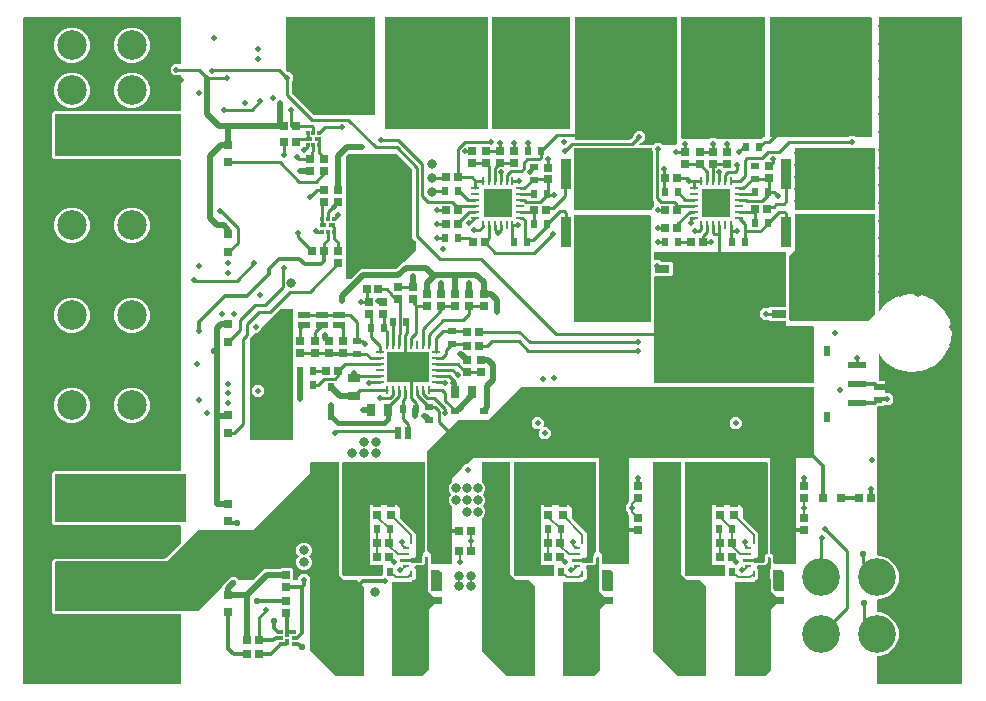
<source format=gbr>
G04 EAGLE Gerber RS-274X export*
G75*
%MOMM*%
%FSLAX34Y34*%
%LPD*%
%INTop Copper*%
%IPPOS*%
%AMOC8*
5,1,8,0,0,1.08239X$1,22.5*%
G01*
%ADD10R,1.300000X0.750000*%
%ADD11R,4.700000X4.800000*%
%ADD12R,0.900000X2.500000*%
%ADD13R,5.600000X2.500000*%
%ADD14R,1.700000X1.800000*%
%ADD15R,0.600000X0.900000*%
%ADD16R,1.600000X0.500000*%
%ADD17R,0.700000X0.600000*%
%ADD18C,6.000000*%
%ADD19R,0.600000X0.250000*%
%ADD20R,0.250000X0.600000*%
%ADD21R,0.400000X2.100000*%
%ADD22R,0.250000X1.700000*%
%ADD23R,2.300000X7.200000*%
%ADD24R,0.900000X1.300000*%
%ADD25R,0.600000X0.700000*%
%ADD26R,0.700000X0.700000*%
%ADD27R,1.600000X2.700000*%
%ADD28R,3.650000X2.650000*%
%ADD29R,0.250000X0.700000*%
%ADD30R,0.700000X0.250000*%
%ADD31R,1.000000X0.800000*%
%ADD32R,0.800000X1.000000*%
%ADD33R,0.600000X0.800000*%
%ADD34R,0.800000X0.600000*%
%ADD35R,0.600000X1.000000*%
%ADD36R,1.000000X0.600000*%
%ADD37R,0.800000X0.800000*%
%ADD38R,0.350000X0.300000*%
%ADD39R,0.300000X0.530000*%
%ADD40C,2.500000*%
%ADD41R,0.300000X0.350000*%
%ADD42R,0.530000X0.300000*%
%ADD43C,3.200000*%
%ADD44R,2.450000X2.450000*%
%ADD45C,0.300000*%
%ADD46C,0.550000*%
%ADD47C,0.500000*%
%ADD48C,0.250000*%
%ADD49C,0.100000*%
%ADD50C,0.200000*%
%ADD51C,0.800000*%
%ADD52C,0.500000*%
%ADD53C,0.400000*%

G36*
X115008Y-27498D02*
X115008Y-27498D01*
X115017Y-27499D01*
X115105Y-27478D01*
X115195Y-27460D01*
X115202Y-27455D01*
X115210Y-27453D01*
X115283Y-27399D01*
X115359Y-27347D01*
X115363Y-27340D01*
X115370Y-27335D01*
X115417Y-27257D01*
X115466Y-27180D01*
X115467Y-27171D01*
X115472Y-27164D01*
X115499Y-27000D01*
X115499Y31500D01*
X115498Y31508D01*
X115499Y31517D01*
X115478Y31605D01*
X115460Y31695D01*
X115455Y31702D01*
X115453Y31710D01*
X115399Y31783D01*
X115347Y31859D01*
X115340Y31863D01*
X115335Y31870D01*
X115257Y31917D01*
X115180Y31966D01*
X115171Y31967D01*
X115164Y31972D01*
X115000Y31999D01*
X8757Y31999D01*
X6999Y33757D01*
X6999Y77243D01*
X8757Y79001D01*
X102550Y79001D01*
X102563Y79003D01*
X102575Y79001D01*
X102659Y79023D01*
X102745Y79040D01*
X102756Y79047D01*
X102768Y79051D01*
X102903Y79147D01*
X115353Y91597D01*
X115360Y91607D01*
X115370Y91615D01*
X115415Y91690D01*
X115463Y91763D01*
X115465Y91775D01*
X115472Y91786D01*
X115499Y91950D01*
X115499Y106500D01*
X115498Y106508D01*
X115499Y106517D01*
X115478Y106605D01*
X115460Y106695D01*
X115455Y106702D01*
X115453Y106710D01*
X115399Y106783D01*
X115347Y106859D01*
X115340Y106863D01*
X115335Y106870D01*
X115257Y106917D01*
X115180Y106966D01*
X115171Y106967D01*
X115164Y106972D01*
X115000Y106999D01*
X8757Y106999D01*
X6999Y108757D01*
X6999Y151243D01*
X8757Y153001D01*
X115000Y153001D01*
X115008Y153002D01*
X115017Y153001D01*
X115105Y153022D01*
X115195Y153040D01*
X115202Y153045D01*
X115210Y153047D01*
X115283Y153101D01*
X115359Y153153D01*
X115363Y153160D01*
X115370Y153165D01*
X115417Y153243D01*
X115466Y153320D01*
X115467Y153329D01*
X115472Y153336D01*
X115499Y153500D01*
X115499Y416500D01*
X115498Y416508D01*
X115499Y416517D01*
X115478Y416605D01*
X115460Y416695D01*
X115455Y416702D01*
X115453Y416710D01*
X115399Y416783D01*
X115347Y416859D01*
X115340Y416863D01*
X115335Y416870D01*
X115257Y416917D01*
X115180Y416966D01*
X115171Y416967D01*
X115164Y416972D01*
X115000Y416999D01*
X8757Y416999D01*
X6999Y418757D01*
X6999Y456243D01*
X8757Y458001D01*
X115000Y458001D01*
X115008Y458002D01*
X115017Y458001D01*
X115105Y458022D01*
X115195Y458040D01*
X115202Y458045D01*
X115210Y458047D01*
X115283Y458101D01*
X115359Y458153D01*
X115363Y458160D01*
X115370Y458165D01*
X115417Y458243D01*
X115466Y458320D01*
X115467Y458329D01*
X115472Y458336D01*
X115499Y458500D01*
X115499Y488222D01*
X115498Y488226D01*
X115499Y488230D01*
X115479Y488323D01*
X115460Y488417D01*
X115457Y488420D01*
X115456Y488424D01*
X115401Y488502D01*
X115347Y488581D01*
X115344Y488583D01*
X115341Y488586D01*
X115260Y488636D01*
X115180Y488688D01*
X115175Y488688D01*
X115172Y488691D01*
X115078Y488705D01*
X114983Y488721D01*
X114979Y488720D01*
X114975Y488720D01*
X114883Y488697D01*
X114790Y488675D01*
X114787Y488672D01*
X114783Y488671D01*
X114647Y488575D01*
X114071Y487999D01*
X109929Y487999D01*
X106999Y490929D01*
X106999Y495071D01*
X109929Y498001D01*
X114071Y498001D01*
X114647Y497425D01*
X114651Y497423D01*
X114653Y497419D01*
X114733Y497368D01*
X114813Y497315D01*
X114817Y497315D01*
X114820Y497312D01*
X114914Y497296D01*
X115008Y497279D01*
X115012Y497280D01*
X115017Y497279D01*
X115108Y497301D01*
X115202Y497322D01*
X115206Y497324D01*
X115210Y497325D01*
X115286Y497381D01*
X115365Y497437D01*
X115367Y497441D01*
X115370Y497443D01*
X115419Y497525D01*
X115469Y497606D01*
X115469Y497610D01*
X115472Y497614D01*
X115499Y497778D01*
X115499Y537000D01*
X115498Y537008D01*
X115499Y537017D01*
X115478Y537105D01*
X115460Y537195D01*
X115455Y537202D01*
X115453Y537210D01*
X115399Y537283D01*
X115347Y537359D01*
X115340Y537363D01*
X115335Y537370D01*
X115257Y537417D01*
X115180Y537466D01*
X115171Y537467D01*
X115164Y537472D01*
X115000Y537499D01*
X-17000Y537499D01*
X-17008Y537498D01*
X-17017Y537499D01*
X-17105Y537478D01*
X-17195Y537460D01*
X-17202Y537455D01*
X-17210Y537453D01*
X-17283Y537399D01*
X-17359Y537347D01*
X-17363Y537340D01*
X-17370Y537335D01*
X-17417Y537257D01*
X-17466Y537180D01*
X-17467Y537171D01*
X-17472Y537164D01*
X-17499Y537000D01*
X-17499Y-27000D01*
X-17498Y-27008D01*
X-17499Y-27017D01*
X-17478Y-27105D01*
X-17460Y-27195D01*
X-17455Y-27202D01*
X-17453Y-27210D01*
X-17399Y-27283D01*
X-17347Y-27359D01*
X-17340Y-27363D01*
X-17335Y-27370D01*
X-17257Y-27417D01*
X-17180Y-27466D01*
X-17171Y-27467D01*
X-17164Y-27472D01*
X-17000Y-27499D01*
X115000Y-27499D01*
X115008Y-27498D01*
G37*
G36*
X777008Y-27498D02*
X777008Y-27498D01*
X777017Y-27499D01*
X777105Y-27478D01*
X777195Y-27460D01*
X777202Y-27455D01*
X777210Y-27453D01*
X777283Y-27399D01*
X777359Y-27347D01*
X777363Y-27340D01*
X777370Y-27335D01*
X777417Y-27257D01*
X777466Y-27180D01*
X777467Y-27171D01*
X777472Y-27164D01*
X777499Y-27000D01*
X777499Y537000D01*
X777498Y537008D01*
X777499Y537017D01*
X777478Y537105D01*
X777460Y537195D01*
X777455Y537202D01*
X777453Y537210D01*
X777399Y537283D01*
X777347Y537359D01*
X777340Y537363D01*
X777335Y537370D01*
X777257Y537417D01*
X777180Y537466D01*
X777171Y537467D01*
X777164Y537472D01*
X777000Y537499D01*
X707000Y537499D01*
X706992Y537498D01*
X706983Y537499D01*
X706895Y537478D01*
X706805Y537460D01*
X706798Y537455D01*
X706790Y537453D01*
X706717Y537399D01*
X706641Y537347D01*
X706637Y537340D01*
X706630Y537335D01*
X706583Y537257D01*
X706534Y537180D01*
X706533Y537171D01*
X706528Y537164D01*
X706501Y537000D01*
X706501Y288626D01*
X706508Y288591D01*
X706506Y288556D01*
X706527Y288495D01*
X706540Y288431D01*
X706560Y288402D01*
X706572Y288369D01*
X706616Y288321D01*
X706653Y288267D01*
X706683Y288248D01*
X706707Y288222D01*
X706766Y288195D01*
X706820Y288160D01*
X706855Y288154D01*
X706887Y288140D01*
X706953Y288138D01*
X707017Y288127D01*
X707051Y288135D01*
X707086Y288134D01*
X707147Y288158D01*
X707210Y288173D01*
X707238Y288194D01*
X707271Y288207D01*
X707334Y288264D01*
X707370Y288291D01*
X707379Y288305D01*
X707394Y288319D01*
X712315Y294642D01*
X721546Y300673D01*
X732234Y303379D01*
X743222Y302469D01*
X753319Y298040D01*
X761431Y290572D01*
X766679Y280875D01*
X768494Y270000D01*
X766679Y259125D01*
X761431Y249428D01*
X753319Y241960D01*
X743222Y237531D01*
X732234Y236621D01*
X721546Y239327D01*
X712315Y245358D01*
X707394Y251681D01*
X707367Y251704D01*
X707347Y251733D01*
X707292Y251768D01*
X707243Y251810D01*
X707209Y251821D01*
X707180Y251840D01*
X707116Y251851D01*
X707054Y251870D01*
X707018Y251867D01*
X706983Y251873D01*
X706920Y251858D01*
X706856Y251852D01*
X706824Y251835D01*
X706790Y251827D01*
X706738Y251788D01*
X706681Y251758D01*
X706658Y251730D01*
X706630Y251709D01*
X706597Y251653D01*
X706556Y251602D01*
X706547Y251568D01*
X706528Y251538D01*
X706514Y251454D01*
X706502Y251411D01*
X706504Y251395D01*
X706501Y251374D01*
X706501Y230000D01*
X706502Y229992D01*
X706501Y229983D01*
X706522Y229895D01*
X706540Y229805D01*
X706545Y229798D01*
X706547Y229790D01*
X706601Y229717D01*
X706653Y229641D01*
X706660Y229637D01*
X706665Y229630D01*
X706743Y229583D01*
X706820Y229534D01*
X706829Y229533D01*
X706836Y229528D01*
X707000Y229501D01*
X711501Y229501D01*
X711501Y219500D01*
X711502Y219492D01*
X711501Y219483D01*
X711522Y219395D01*
X711540Y219305D01*
X711545Y219298D01*
X711547Y219290D01*
X711601Y219217D01*
X711653Y219141D01*
X711660Y219137D01*
X711665Y219130D01*
X711743Y219083D01*
X711820Y219034D01*
X711829Y219033D01*
X711836Y219028D01*
X712000Y219001D01*
X716071Y219001D01*
X719001Y216071D01*
X719001Y211929D01*
X716071Y208999D01*
X711743Y208999D01*
X711730Y208997D01*
X711718Y208999D01*
X711634Y208977D01*
X711548Y208960D01*
X711537Y208953D01*
X711525Y208949D01*
X711390Y208853D01*
X710536Y207999D01*
X706364Y207999D01*
X706352Y207997D01*
X706339Y207999D01*
X706255Y207977D01*
X706169Y207960D01*
X706159Y207953D01*
X706147Y207949D01*
X706011Y207853D01*
X705647Y207489D01*
X705640Y207479D01*
X705630Y207471D01*
X705586Y207396D01*
X705537Y207323D01*
X705535Y207311D01*
X705528Y207300D01*
X705501Y207136D01*
X705501Y82000D01*
X705502Y81992D01*
X705501Y81983D01*
X705522Y81895D01*
X705540Y81805D01*
X705545Y81798D01*
X705547Y81790D01*
X705601Y81717D01*
X705653Y81641D01*
X705660Y81637D01*
X705665Y81630D01*
X705743Y81583D01*
X705820Y81534D01*
X705829Y81533D01*
X705836Y81528D01*
X706000Y81501D01*
X708680Y81501D01*
X715480Y78684D01*
X720684Y73480D01*
X723501Y66680D01*
X723501Y59320D01*
X720684Y52520D01*
X715480Y47316D01*
X708680Y44499D01*
X706000Y44499D01*
X705992Y44498D01*
X705983Y44499D01*
X705895Y44478D01*
X705805Y44460D01*
X705798Y44455D01*
X705790Y44453D01*
X705717Y44399D01*
X705641Y44347D01*
X705637Y44340D01*
X705630Y44335D01*
X705583Y44257D01*
X705534Y44180D01*
X705533Y44171D01*
X705528Y44164D01*
X705501Y44000D01*
X705501Y34000D01*
X705502Y33992D01*
X705501Y33983D01*
X705522Y33895D01*
X705540Y33805D01*
X705545Y33798D01*
X705547Y33790D01*
X705601Y33717D01*
X705653Y33641D01*
X705660Y33637D01*
X705665Y33630D01*
X705743Y33583D01*
X705820Y33534D01*
X705829Y33533D01*
X705836Y33528D01*
X706000Y33501D01*
X708680Y33501D01*
X715480Y30684D01*
X720684Y25480D01*
X723501Y18680D01*
X723501Y11320D01*
X720684Y4520D01*
X715480Y-684D01*
X708680Y-3501D01*
X706000Y-3501D01*
X705992Y-3502D01*
X705983Y-3501D01*
X705895Y-3522D01*
X705805Y-3540D01*
X705798Y-3545D01*
X705790Y-3547D01*
X705717Y-3601D01*
X705641Y-3653D01*
X705637Y-3660D01*
X705630Y-3665D01*
X705583Y-3743D01*
X705534Y-3820D01*
X705533Y-3829D01*
X705528Y-3836D01*
X705501Y-4000D01*
X705501Y-27000D01*
X705502Y-27008D01*
X705501Y-27017D01*
X705522Y-27105D01*
X705540Y-27195D01*
X705545Y-27202D01*
X705547Y-27210D01*
X705601Y-27283D01*
X705653Y-27359D01*
X705660Y-27363D01*
X705665Y-27370D01*
X705743Y-27417D01*
X705820Y-27466D01*
X705829Y-27467D01*
X705836Y-27472D01*
X706000Y-27499D01*
X777000Y-27499D01*
X777008Y-27498D01*
G37*
G36*
X345008Y74502D02*
X345008Y74502D01*
X345017Y74501D01*
X345105Y74522D01*
X345195Y74540D01*
X345202Y74545D01*
X345210Y74547D01*
X345283Y74601D01*
X345359Y74653D01*
X345363Y74660D01*
X345370Y74665D01*
X345417Y74743D01*
X345466Y74820D01*
X345467Y74829D01*
X345472Y74836D01*
X345499Y75000D01*
X345499Y79757D01*
X345497Y79770D01*
X345499Y79782D01*
X345477Y79866D01*
X345460Y79952D01*
X345453Y79963D01*
X345449Y79975D01*
X345353Y80110D01*
X344999Y80464D01*
X344999Y89536D01*
X345353Y89890D01*
X345360Y89900D01*
X345370Y89908D01*
X345415Y89982D01*
X345463Y90055D01*
X345465Y90068D01*
X345472Y90079D01*
X345499Y90243D01*
X345499Y122601D01*
X345497Y122613D01*
X345499Y122625D01*
X345477Y122710D01*
X345460Y122795D01*
X345453Y122806D01*
X345449Y122818D01*
X345353Y122954D01*
X343489Y124818D01*
X342499Y127207D01*
X342499Y129793D01*
X343489Y132182D01*
X344454Y133147D01*
X344458Y133154D01*
X344465Y133159D01*
X344513Y133236D01*
X344563Y133313D01*
X344565Y133321D01*
X344569Y133328D01*
X344583Y133418D01*
X344600Y133508D01*
X344598Y133517D01*
X344599Y133525D01*
X344577Y133613D01*
X344557Y133702D01*
X344552Y133709D01*
X344550Y133717D01*
X344454Y133853D01*
X343489Y134818D01*
X342499Y137207D01*
X342499Y139793D01*
X343489Y142182D01*
X345353Y144046D01*
X345354Y144048D01*
X345355Y144049D01*
X345361Y144058D01*
X345370Y144064D01*
X345414Y144139D01*
X345463Y144212D01*
X345465Y144225D01*
X345472Y144235D01*
X345499Y144399D01*
X345499Y146793D01*
X353853Y155147D01*
X353860Y155158D01*
X353870Y155165D01*
X353915Y155240D01*
X353963Y155313D01*
X353965Y155325D01*
X353972Y155336D01*
X353999Y155500D01*
X353999Y156071D01*
X356929Y159001D01*
X357500Y159001D01*
X357512Y159003D01*
X357525Y159001D01*
X357609Y159023D01*
X357695Y159040D01*
X357705Y159047D01*
X357717Y159051D01*
X357853Y159147D01*
X363207Y164501D01*
X469501Y164501D01*
X469501Y86000D01*
X469503Y85988D01*
X469501Y85975D01*
X469523Y85891D01*
X469540Y85805D01*
X469548Y85795D01*
X469551Y85783D01*
X469647Y85647D01*
X472495Y82799D01*
X472495Y76000D01*
X472499Y75995D01*
X472500Y75995D01*
X472501Y75995D01*
X472501Y75000D01*
X472502Y74992D01*
X472501Y74983D01*
X472522Y74895D01*
X472540Y74805D01*
X472545Y74798D01*
X472547Y74790D01*
X472601Y74717D01*
X472653Y74641D01*
X472660Y74637D01*
X472665Y74630D01*
X472743Y74583D01*
X472820Y74534D01*
X472829Y74533D01*
X472836Y74528D01*
X473000Y74501D01*
X495000Y74501D01*
X495008Y74502D01*
X495017Y74501D01*
X495105Y74522D01*
X495195Y74540D01*
X495202Y74545D01*
X495210Y74547D01*
X495283Y74601D01*
X495359Y74653D01*
X495363Y74660D01*
X495370Y74665D01*
X495417Y74743D01*
X495466Y74820D01*
X495467Y74829D01*
X495472Y74836D01*
X495499Y75000D01*
X495499Y115343D01*
X495497Y115356D01*
X495499Y115368D01*
X495477Y115452D01*
X495460Y115538D01*
X495453Y115548D01*
X495449Y115561D01*
X495353Y115696D01*
X494499Y116550D01*
X494499Y118222D01*
X494497Y118234D01*
X494499Y118247D01*
X494477Y118331D01*
X494460Y118417D01*
X494453Y118427D01*
X494449Y118439D01*
X494353Y118575D01*
X492999Y119929D01*
X492999Y124071D01*
X494353Y125425D01*
X494360Y125436D01*
X494370Y125443D01*
X494415Y125518D01*
X494463Y125591D01*
X494465Y125603D01*
X494472Y125614D01*
X494499Y125778D01*
X494499Y126450D01*
X495353Y127304D01*
X495360Y127314D01*
X495370Y127322D01*
X495414Y127396D01*
X495463Y127470D01*
X495465Y127482D01*
X495472Y127493D01*
X495499Y127657D01*
X495499Y164501D01*
X614501Y164501D01*
X614501Y83500D01*
X614503Y83488D01*
X614501Y83475D01*
X614523Y83391D01*
X614540Y83305D01*
X614547Y83295D01*
X614551Y83283D01*
X614647Y83147D01*
X615147Y82647D01*
X615157Y82640D01*
X615165Y82630D01*
X615240Y82585D01*
X615313Y82537D01*
X615325Y82535D01*
X615336Y82528D01*
X615500Y82501D01*
X615986Y82501D01*
X617451Y81036D01*
X617451Y80550D01*
X617453Y80538D01*
X617451Y80525D01*
X617473Y80441D01*
X617490Y80355D01*
X617495Y80348D01*
X617495Y76000D01*
X617499Y75995D01*
X617500Y75995D01*
X617501Y75995D01*
X617501Y75000D01*
X617502Y74992D01*
X617501Y74983D01*
X617522Y74895D01*
X617540Y74805D01*
X617545Y74798D01*
X617547Y74790D01*
X617601Y74717D01*
X617653Y74641D01*
X617660Y74637D01*
X617665Y74630D01*
X617743Y74583D01*
X617820Y74534D01*
X617829Y74533D01*
X617836Y74528D01*
X618000Y74501D01*
X636000Y74501D01*
X636008Y74502D01*
X636017Y74501D01*
X636105Y74522D01*
X636195Y74540D01*
X636202Y74545D01*
X636210Y74547D01*
X636283Y74601D01*
X636359Y74653D01*
X636363Y74660D01*
X636370Y74665D01*
X636417Y74743D01*
X636466Y74820D01*
X636467Y74829D01*
X636472Y74836D01*
X636499Y75000D01*
X636499Y164501D01*
X650000Y164501D01*
X650012Y164503D01*
X650025Y164501D01*
X650109Y164523D01*
X650195Y164540D01*
X650205Y164548D01*
X650217Y164551D01*
X650353Y164647D01*
X651353Y165647D01*
X651360Y165658D01*
X651370Y165665D01*
X651415Y165740D01*
X651463Y165813D01*
X651465Y165825D01*
X651472Y165836D01*
X651499Y166000D01*
X651499Y224000D01*
X651498Y224008D01*
X651499Y224017D01*
X651478Y224105D01*
X651460Y224195D01*
X651455Y224202D01*
X651453Y224210D01*
X651399Y224283D01*
X651347Y224359D01*
X651340Y224363D01*
X651335Y224370D01*
X651257Y224417D01*
X651180Y224466D01*
X651171Y224467D01*
X651164Y224472D01*
X651000Y224499D01*
X404000Y224499D01*
X403988Y224497D01*
X403975Y224499D01*
X403891Y224477D01*
X403805Y224460D01*
X403795Y224453D01*
X403783Y224449D01*
X403647Y224353D01*
X375793Y196499D01*
X351000Y196499D01*
X350988Y196497D01*
X350975Y196499D01*
X350891Y196477D01*
X350805Y196460D01*
X350795Y196453D01*
X350783Y196449D01*
X350647Y196353D01*
X324647Y170353D01*
X324640Y170342D01*
X324630Y170335D01*
X324586Y170260D01*
X324537Y170187D01*
X324535Y170175D01*
X324528Y170164D01*
X324501Y170000D01*
X324501Y86000D01*
X324503Y85988D01*
X324501Y85975D01*
X324523Y85891D01*
X324540Y85805D01*
X324548Y85795D01*
X324551Y85783D01*
X324647Y85647D01*
X327495Y82799D01*
X327495Y76000D01*
X327499Y75995D01*
X327500Y75995D01*
X327501Y75995D01*
X327501Y75000D01*
X327502Y74992D01*
X327501Y74983D01*
X327522Y74895D01*
X327540Y74805D01*
X327545Y74798D01*
X327547Y74790D01*
X327601Y74717D01*
X327653Y74641D01*
X327660Y74637D01*
X327665Y74630D01*
X327743Y74583D01*
X327820Y74534D01*
X327829Y74533D01*
X327836Y74528D01*
X328000Y74501D01*
X345000Y74501D01*
X345008Y74502D01*
G37*
G36*
X270008Y-20498D02*
X270008Y-20498D01*
X270017Y-20499D01*
X270105Y-20478D01*
X270195Y-20460D01*
X270202Y-20455D01*
X270210Y-20453D01*
X270283Y-20399D01*
X270359Y-20347D01*
X270363Y-20340D01*
X270370Y-20335D01*
X270417Y-20257D01*
X270466Y-20180D01*
X270467Y-20171D01*
X270472Y-20164D01*
X270499Y-20000D01*
X270499Y55000D01*
X270497Y55012D01*
X270499Y55025D01*
X270477Y55109D01*
X270460Y55195D01*
X270453Y55205D01*
X270449Y55217D01*
X270353Y55353D01*
X265353Y60353D01*
X265342Y60360D01*
X265335Y60370D01*
X265260Y60415D01*
X265187Y60463D01*
X265175Y60465D01*
X265164Y60472D01*
X265000Y60499D01*
X254207Y60499D01*
X249499Y65207D01*
X249499Y160000D01*
X249498Y160008D01*
X249499Y160017D01*
X249478Y160105D01*
X249460Y160195D01*
X249455Y160202D01*
X249453Y160210D01*
X249399Y160283D01*
X249347Y160359D01*
X249340Y160363D01*
X249335Y160370D01*
X249257Y160417D01*
X249180Y160466D01*
X249171Y160467D01*
X249164Y160472D01*
X249000Y160499D01*
X226000Y160499D01*
X225992Y160498D01*
X225983Y160499D01*
X225895Y160478D01*
X225805Y160460D01*
X225798Y160455D01*
X225790Y160453D01*
X225717Y160399D01*
X225641Y160347D01*
X225637Y160340D01*
X225630Y160335D01*
X225583Y160257D01*
X225534Y160180D01*
X225533Y160171D01*
X225528Y160164D01*
X225501Y160000D01*
X225501Y151207D01*
X177793Y103499D01*
X131000Y103499D01*
X130988Y103497D01*
X130975Y103499D01*
X130891Y103477D01*
X130805Y103460D01*
X130795Y103453D01*
X130783Y103449D01*
X130647Y103353D01*
X103793Y76499D01*
X10000Y76499D01*
X9992Y76498D01*
X9983Y76499D01*
X9895Y76478D01*
X9805Y76460D01*
X9798Y76455D01*
X9790Y76453D01*
X9717Y76399D01*
X9641Y76347D01*
X9637Y76340D01*
X9630Y76335D01*
X9583Y76257D01*
X9534Y76180D01*
X9533Y76171D01*
X9528Y76164D01*
X9501Y76000D01*
X9501Y35000D01*
X9502Y34992D01*
X9501Y34983D01*
X9522Y34895D01*
X9540Y34805D01*
X9545Y34798D01*
X9547Y34790D01*
X9601Y34717D01*
X9653Y34641D01*
X9660Y34637D01*
X9665Y34630D01*
X9743Y34583D01*
X9820Y34534D01*
X9829Y34533D01*
X9836Y34528D01*
X10000Y34501D01*
X130000Y34501D01*
X130012Y34503D01*
X130025Y34501D01*
X130109Y34523D01*
X130195Y34540D01*
X130205Y34548D01*
X130217Y34551D01*
X130353Y34647D01*
X150853Y55147D01*
X150860Y55158D01*
X150870Y55165D01*
X150915Y55240D01*
X150963Y55313D01*
X150965Y55325D01*
X150972Y55336D01*
X150999Y55500D01*
X150999Y56071D01*
X154603Y59675D01*
X154610Y59686D01*
X154620Y59693D01*
X154665Y59768D01*
X154713Y59841D01*
X154715Y59853D01*
X154722Y59864D01*
X154749Y60028D01*
X154749Y60175D01*
X157825Y63251D01*
X162175Y63251D01*
X164779Y60647D01*
X164789Y60640D01*
X164797Y60630D01*
X164872Y60586D01*
X164944Y60537D01*
X164957Y60535D01*
X164968Y60528D01*
X165132Y60501D01*
X176722Y60501D01*
X176734Y60503D01*
X176747Y60501D01*
X176831Y60523D01*
X176917Y60540D01*
X176927Y60548D01*
X176939Y60551D01*
X177075Y60647D01*
X186429Y70001D01*
X199257Y70001D01*
X199270Y70003D01*
X199282Y70001D01*
X199366Y70023D01*
X199452Y70040D01*
X199463Y70047D01*
X199475Y70051D01*
X199610Y70147D01*
X200464Y71001D01*
X209536Y71001D01*
X211001Y69536D01*
X211001Y61000D01*
X211002Y60992D01*
X211001Y60983D01*
X211022Y60895D01*
X211040Y60805D01*
X211045Y60798D01*
X211047Y60790D01*
X211101Y60717D01*
X211153Y60641D01*
X211160Y60637D01*
X211165Y60630D01*
X211243Y60583D01*
X211320Y60534D01*
X211329Y60533D01*
X211336Y60528D01*
X211500Y60501D01*
X214500Y60501D01*
X214508Y60502D01*
X214517Y60501D01*
X214605Y60522D01*
X214695Y60540D01*
X214702Y60545D01*
X214710Y60547D01*
X214783Y60601D01*
X214859Y60653D01*
X214863Y60660D01*
X214870Y60665D01*
X214917Y60743D01*
X214966Y60820D01*
X214967Y60829D01*
X214972Y60836D01*
X214999Y61000D01*
X214999Y63071D01*
X217929Y66001D01*
X222071Y66001D01*
X225001Y63071D01*
X225001Y61000D01*
X225002Y60992D01*
X225001Y60983D01*
X225022Y60895D01*
X225040Y60805D01*
X225045Y60798D01*
X225047Y60790D01*
X225101Y60717D01*
X225153Y60641D01*
X225160Y60637D01*
X225165Y60630D01*
X225243Y60583D01*
X225320Y60534D01*
X225329Y60533D01*
X225336Y60528D01*
X225500Y60501D01*
X225501Y60501D01*
X225501Y1000D01*
X225503Y988D01*
X225501Y975D01*
X225523Y891D01*
X225540Y805D01*
X225548Y795D01*
X225551Y783D01*
X225647Y647D01*
X246647Y-20353D01*
X246658Y-20360D01*
X246665Y-20370D01*
X246740Y-20415D01*
X246813Y-20463D01*
X246825Y-20465D01*
X246836Y-20472D01*
X247000Y-20499D01*
X270000Y-20499D01*
X270008Y-20498D01*
G37*
G36*
X651008Y227502D02*
X651008Y227502D01*
X651017Y227501D01*
X651105Y227522D01*
X651195Y227540D01*
X651202Y227545D01*
X651210Y227547D01*
X651283Y227601D01*
X651359Y227653D01*
X651363Y227660D01*
X651370Y227665D01*
X651417Y227743D01*
X651466Y227820D01*
X651467Y227829D01*
X651472Y227836D01*
X651499Y228000D01*
X651499Y275000D01*
X651498Y275008D01*
X651499Y275017D01*
X651478Y275105D01*
X651460Y275195D01*
X651455Y275202D01*
X651453Y275210D01*
X651399Y275283D01*
X651347Y275359D01*
X651340Y275363D01*
X651335Y275370D01*
X651257Y275417D01*
X651180Y275466D01*
X651171Y275467D01*
X651164Y275472D01*
X651000Y275499D01*
X628499Y275499D01*
X628499Y279200D01*
X628498Y279208D01*
X628499Y279217D01*
X628478Y279305D01*
X628460Y279395D01*
X628455Y279402D01*
X628453Y279410D01*
X628399Y279483D01*
X628347Y279559D01*
X628340Y279563D01*
X628335Y279570D01*
X628257Y279617D01*
X628180Y279666D01*
X628171Y279667D01*
X628164Y279672D01*
X628000Y279699D01*
X614214Y279699D01*
X613060Y280853D01*
X613050Y280860D01*
X613042Y280870D01*
X612968Y280915D01*
X612895Y280963D01*
X612882Y280965D01*
X612871Y280972D01*
X612707Y280999D01*
X608929Y280999D01*
X605999Y283929D01*
X605999Y288071D01*
X608929Y291001D01*
X612807Y291001D01*
X612820Y291003D01*
X612832Y291001D01*
X612916Y291023D01*
X613002Y291040D01*
X613013Y291047D01*
X613025Y291051D01*
X613160Y291147D01*
X614214Y292201D01*
X628000Y292201D01*
X628008Y292202D01*
X628017Y292201D01*
X628105Y292222D01*
X628195Y292240D01*
X628202Y292245D01*
X628210Y292247D01*
X628283Y292301D01*
X628359Y292353D01*
X628363Y292360D01*
X628370Y292365D01*
X628416Y292443D01*
X628466Y292520D01*
X628467Y292529D01*
X628472Y292536D01*
X628499Y292700D01*
X628499Y338000D01*
X628498Y338008D01*
X628499Y338017D01*
X628478Y338105D01*
X628460Y338195D01*
X628455Y338202D01*
X628453Y338210D01*
X628399Y338283D01*
X628347Y338359D01*
X628340Y338363D01*
X628335Y338370D01*
X628257Y338417D01*
X628180Y338466D01*
X628171Y338467D01*
X628164Y338472D01*
X628000Y338499D01*
X517000Y338499D01*
X516992Y338498D01*
X516983Y338499D01*
X516895Y338478D01*
X516805Y338460D01*
X516798Y338455D01*
X516790Y338453D01*
X516717Y338399D01*
X516641Y338347D01*
X516637Y338340D01*
X516630Y338335D01*
X516583Y338257D01*
X516534Y338180D01*
X516533Y338171D01*
X516528Y338164D01*
X516501Y338000D01*
X516501Y332500D01*
X516502Y332492D01*
X516501Y332483D01*
X516522Y332395D01*
X516540Y332305D01*
X516545Y332298D01*
X516547Y332290D01*
X516601Y332217D01*
X516653Y332141D01*
X516660Y332137D01*
X516665Y332130D01*
X516743Y332083D01*
X516820Y332034D01*
X516829Y332033D01*
X516836Y332028D01*
X517000Y332001D01*
X521071Y332001D01*
X522625Y330447D01*
X522636Y330440D01*
X522643Y330430D01*
X522718Y330385D01*
X522791Y330337D01*
X522803Y330335D01*
X522814Y330328D01*
X522978Y330301D01*
X530786Y330301D01*
X532251Y328836D01*
X532251Y319264D01*
X530786Y317799D01*
X517000Y317799D01*
X516992Y317798D01*
X516983Y317799D01*
X516895Y317778D01*
X516805Y317760D01*
X516798Y317755D01*
X516790Y317753D01*
X516717Y317699D01*
X516641Y317647D01*
X516637Y317640D01*
X516630Y317635D01*
X516583Y317557D01*
X516534Y317480D01*
X516533Y317471D01*
X516528Y317464D01*
X516501Y317300D01*
X516501Y228000D01*
X516502Y227992D01*
X516501Y227983D01*
X516522Y227895D01*
X516540Y227805D01*
X516545Y227798D01*
X516547Y227790D01*
X516601Y227717D01*
X516653Y227641D01*
X516660Y227637D01*
X516665Y227630D01*
X516743Y227583D01*
X516820Y227534D01*
X516829Y227533D01*
X516836Y227528D01*
X517000Y227501D01*
X651000Y227501D01*
X651008Y227502D01*
G37*
G36*
X516234Y429503D02*
X516234Y429503D01*
X516247Y429501D01*
X516331Y429523D01*
X516417Y429540D01*
X516427Y429548D01*
X516439Y429551D01*
X516575Y429647D01*
X517929Y431001D01*
X522071Y431001D01*
X523425Y429647D01*
X523436Y429640D01*
X523443Y429630D01*
X523518Y429586D01*
X523591Y429537D01*
X523603Y429535D01*
X523614Y429528D01*
X523778Y429501D01*
X535000Y429501D01*
X535008Y429502D01*
X535017Y429501D01*
X535105Y429522D01*
X535195Y429540D01*
X535202Y429545D01*
X535210Y429547D01*
X535283Y429601D01*
X535359Y429653D01*
X535363Y429660D01*
X535370Y429665D01*
X535417Y429743D01*
X535466Y429820D01*
X535467Y429829D01*
X535472Y429836D01*
X535499Y430000D01*
X535499Y537000D01*
X535498Y537008D01*
X535499Y537017D01*
X535478Y537105D01*
X535460Y537195D01*
X535455Y537202D01*
X535453Y537210D01*
X535399Y537283D01*
X535347Y537359D01*
X535340Y537363D01*
X535335Y537370D01*
X535257Y537417D01*
X535180Y537466D01*
X535171Y537467D01*
X535164Y537472D01*
X535000Y537499D01*
X450000Y537499D01*
X449992Y537498D01*
X449983Y537499D01*
X449895Y537478D01*
X449805Y537460D01*
X449798Y537455D01*
X449790Y537453D01*
X449717Y537399D01*
X449641Y537347D01*
X449637Y537340D01*
X449630Y537335D01*
X449583Y537257D01*
X449534Y537180D01*
X449533Y537171D01*
X449528Y537164D01*
X449501Y537000D01*
X449501Y434250D01*
X449502Y434242D01*
X449501Y434233D01*
X449522Y434145D01*
X449540Y434055D01*
X449545Y434048D01*
X449547Y434040D01*
X449601Y433967D01*
X449653Y433891D01*
X449660Y433887D01*
X449665Y433880D01*
X449743Y433833D01*
X449820Y433784D01*
X449829Y433783D01*
X449836Y433778D01*
X450000Y433751D01*
X496240Y433751D01*
X496252Y433753D01*
X496264Y433751D01*
X496349Y433773D01*
X496434Y433790D01*
X496445Y433797D01*
X496457Y433801D01*
X496593Y433897D01*
X498853Y436157D01*
X498860Y436168D01*
X498870Y436175D01*
X498915Y436250D01*
X498963Y436323D01*
X498965Y436336D01*
X498972Y436346D01*
X498999Y436510D01*
X498999Y438071D01*
X501929Y441001D01*
X506071Y441001D01*
X509001Y438071D01*
X509001Y433929D01*
X506071Y430999D01*
X504510Y430999D01*
X504498Y430997D01*
X504486Y430999D01*
X504401Y430977D01*
X504316Y430960D01*
X504305Y430953D01*
X504293Y430949D01*
X504157Y430853D01*
X503657Y430353D01*
X503655Y430350D01*
X503652Y430347D01*
X503600Y430267D01*
X503548Y430187D01*
X503547Y430183D01*
X503545Y430180D01*
X503529Y430086D01*
X503511Y429992D01*
X503512Y429988D01*
X503511Y429983D01*
X503533Y429892D01*
X503554Y429798D01*
X503556Y429794D01*
X503557Y429790D01*
X503613Y429714D01*
X503669Y429636D01*
X503673Y429633D01*
X503675Y429630D01*
X503757Y429582D01*
X503839Y429531D01*
X503843Y429531D01*
X503846Y429528D01*
X504010Y429501D01*
X516222Y429501D01*
X516234Y429503D01*
G37*
G36*
X629002Y435503D02*
X629002Y435503D01*
X629014Y435501D01*
X629099Y435523D01*
X629184Y435540D01*
X629195Y435548D01*
X629207Y435551D01*
X629343Y435647D01*
X629446Y435751D01*
X680472Y435751D01*
X680484Y435753D01*
X680497Y435751D01*
X680581Y435773D01*
X680667Y435790D01*
X680677Y435797D01*
X680689Y435801D01*
X680825Y435897D01*
X681929Y437001D01*
X686071Y437001D01*
X687425Y435647D01*
X687436Y435640D01*
X687443Y435630D01*
X687518Y435586D01*
X687591Y435537D01*
X687603Y435535D01*
X687614Y435528D01*
X687778Y435501D01*
X700000Y435501D01*
X700008Y435502D01*
X700017Y435501D01*
X700105Y435522D01*
X700195Y435540D01*
X700202Y435545D01*
X700210Y435547D01*
X700283Y435601D01*
X700359Y435653D01*
X700363Y435660D01*
X700370Y435665D01*
X700417Y435743D01*
X700466Y435820D01*
X700467Y435829D01*
X700472Y435836D01*
X700499Y436000D01*
X700499Y537000D01*
X700498Y537008D01*
X700499Y537017D01*
X700478Y537105D01*
X700460Y537195D01*
X700455Y537202D01*
X700453Y537210D01*
X700399Y537283D01*
X700347Y537359D01*
X700340Y537363D01*
X700335Y537370D01*
X700257Y537417D01*
X700180Y537466D01*
X700171Y537467D01*
X700164Y537472D01*
X700000Y537499D01*
X615000Y537499D01*
X614992Y537498D01*
X614983Y537499D01*
X614895Y537478D01*
X614805Y537460D01*
X614798Y537455D01*
X614790Y537453D01*
X614717Y537399D01*
X614641Y537347D01*
X614637Y537340D01*
X614630Y537335D01*
X614583Y537257D01*
X614534Y537180D01*
X614533Y537171D01*
X614528Y537164D01*
X614501Y537000D01*
X614501Y436000D01*
X614502Y435992D01*
X614501Y435983D01*
X614522Y435895D01*
X614540Y435805D01*
X614545Y435798D01*
X614547Y435790D01*
X614601Y435717D01*
X614653Y435641D01*
X614660Y435637D01*
X614665Y435630D01*
X614743Y435583D01*
X614820Y435534D01*
X614829Y435533D01*
X614836Y435528D01*
X615000Y435501D01*
X628990Y435501D01*
X629002Y435503D01*
G37*
G36*
X375508Y442502D02*
X375508Y442502D01*
X375517Y442501D01*
X375605Y442522D01*
X375695Y442540D01*
X375702Y442545D01*
X375710Y442547D01*
X375783Y442601D01*
X375859Y442653D01*
X375863Y442660D01*
X375870Y442665D01*
X375917Y442743D01*
X375966Y442820D01*
X375967Y442829D01*
X375972Y442836D01*
X375999Y443000D01*
X375999Y537000D01*
X375998Y537008D01*
X375999Y537017D01*
X375978Y537105D01*
X375960Y537195D01*
X375955Y537202D01*
X375953Y537210D01*
X375899Y537283D01*
X375847Y537359D01*
X375840Y537363D01*
X375835Y537370D01*
X375757Y537417D01*
X375680Y537466D01*
X375671Y537467D01*
X375664Y537472D01*
X375500Y537499D01*
X289000Y537499D01*
X288992Y537498D01*
X288983Y537499D01*
X288895Y537478D01*
X288805Y537460D01*
X288798Y537455D01*
X288790Y537453D01*
X288717Y537399D01*
X288641Y537347D01*
X288637Y537340D01*
X288630Y537335D01*
X288583Y537257D01*
X288534Y537180D01*
X288533Y537171D01*
X288528Y537164D01*
X288501Y537000D01*
X288501Y443000D01*
X288502Y442992D01*
X288501Y442983D01*
X288522Y442895D01*
X288540Y442805D01*
X288545Y442798D01*
X288547Y442790D01*
X288601Y442717D01*
X288653Y442641D01*
X288660Y442637D01*
X288665Y442630D01*
X288743Y442583D01*
X288820Y442534D01*
X288829Y442533D01*
X288836Y442528D01*
X289000Y442501D01*
X375500Y442501D01*
X375508Y442502D01*
G37*
G36*
X563234Y434503D02*
X563234Y434503D01*
X563247Y434501D01*
X563331Y434523D01*
X563417Y434540D01*
X563427Y434548D01*
X563439Y434551D01*
X563575Y434647D01*
X563929Y435001D01*
X568071Y435001D01*
X568425Y434647D01*
X568436Y434640D01*
X568443Y434630D01*
X568518Y434586D01*
X568591Y434537D01*
X568603Y434535D01*
X568614Y434528D01*
X568778Y434501D01*
X607490Y434501D01*
X607502Y434503D01*
X607514Y434501D01*
X607599Y434523D01*
X607684Y434540D01*
X607695Y434548D01*
X607707Y434551D01*
X607843Y434647D01*
X608946Y435751D01*
X610000Y435751D01*
X610008Y435752D01*
X610017Y435751D01*
X610105Y435772D01*
X610195Y435790D01*
X610202Y435795D01*
X610210Y435797D01*
X610283Y435851D01*
X610359Y435903D01*
X610363Y435910D01*
X610370Y435915D01*
X610417Y435993D01*
X610466Y436070D01*
X610467Y436079D01*
X610472Y436086D01*
X610499Y436250D01*
X610499Y537000D01*
X610498Y537008D01*
X610499Y537017D01*
X610478Y537105D01*
X610460Y537195D01*
X610455Y537202D01*
X610453Y537210D01*
X610399Y537283D01*
X610347Y537359D01*
X610340Y537363D01*
X610335Y537370D01*
X610257Y537417D01*
X610180Y537466D01*
X610171Y537467D01*
X610164Y537472D01*
X610000Y537499D01*
X540000Y537499D01*
X539992Y537498D01*
X539983Y537499D01*
X539895Y537478D01*
X539805Y537460D01*
X539798Y537455D01*
X539790Y537453D01*
X539717Y537399D01*
X539641Y537347D01*
X539637Y537340D01*
X539630Y537335D01*
X539583Y537257D01*
X539534Y537180D01*
X539533Y537171D01*
X539528Y537164D01*
X539501Y537000D01*
X539501Y435000D01*
X539502Y434992D01*
X539501Y434983D01*
X539522Y434895D01*
X539540Y434805D01*
X539545Y434798D01*
X539547Y434790D01*
X539601Y434717D01*
X539653Y434641D01*
X539660Y434637D01*
X539665Y434630D01*
X539743Y434583D01*
X539820Y434534D01*
X539829Y434533D01*
X539836Y434528D01*
X540000Y434501D01*
X563222Y434501D01*
X563234Y434503D01*
G37*
G36*
X698012Y280503D02*
X698012Y280503D01*
X698025Y280501D01*
X698109Y280523D01*
X698195Y280540D01*
X698205Y280548D01*
X698217Y280551D01*
X698353Y280647D01*
X703353Y285647D01*
X703360Y285658D01*
X703370Y285665D01*
X703415Y285740D01*
X703463Y285813D01*
X703465Y285825D01*
X703472Y285836D01*
X703499Y286000D01*
X703499Y370000D01*
X703498Y370008D01*
X703499Y370017D01*
X703478Y370105D01*
X703460Y370195D01*
X703455Y370202D01*
X703453Y370210D01*
X703399Y370283D01*
X703347Y370359D01*
X703340Y370363D01*
X703335Y370370D01*
X703257Y370417D01*
X703180Y370466D01*
X703171Y370467D01*
X703164Y370472D01*
X703000Y370499D01*
X636000Y370499D01*
X635992Y370498D01*
X635983Y370499D01*
X635895Y370478D01*
X635805Y370460D01*
X635798Y370455D01*
X635790Y370453D01*
X635717Y370399D01*
X635641Y370347D01*
X635637Y370340D01*
X635630Y370335D01*
X635583Y370257D01*
X635534Y370180D01*
X635533Y370171D01*
X635528Y370164D01*
X635501Y370000D01*
X635501Y340207D01*
X630647Y335353D01*
X630640Y335342D01*
X630630Y335335D01*
X630586Y335260D01*
X630537Y335187D01*
X630535Y335175D01*
X630528Y335164D01*
X630501Y335000D01*
X630501Y329293D01*
X630503Y329280D01*
X630501Y329268D01*
X630523Y329184D01*
X630540Y329098D01*
X630548Y329087D01*
X630551Y329075D01*
X630647Y328940D01*
X630751Y328836D01*
X630751Y319264D01*
X630647Y319160D01*
X630640Y319150D01*
X630630Y319142D01*
X630586Y319068D01*
X630537Y318995D01*
X630535Y318982D01*
X630528Y318971D01*
X630501Y318807D01*
X630501Y316593D01*
X630503Y316580D01*
X630501Y316568D01*
X630523Y316484D01*
X630540Y316398D01*
X630548Y316387D01*
X630551Y316375D01*
X630647Y316240D01*
X630751Y316136D01*
X630751Y306564D01*
X630647Y306460D01*
X630640Y306450D01*
X630630Y306442D01*
X630586Y306368D01*
X630537Y306295D01*
X630535Y306282D01*
X630528Y306271D01*
X630501Y306107D01*
X630501Y303893D01*
X630503Y303880D01*
X630501Y303868D01*
X630523Y303784D01*
X630540Y303698D01*
X630548Y303687D01*
X630551Y303675D01*
X630647Y303540D01*
X630751Y303436D01*
X630751Y293864D01*
X630647Y293760D01*
X630640Y293750D01*
X630630Y293742D01*
X630586Y293668D01*
X630537Y293595D01*
X630535Y293582D01*
X630528Y293571D01*
X630501Y293407D01*
X630501Y291193D01*
X630503Y291180D01*
X630501Y291168D01*
X630523Y291084D01*
X630540Y290998D01*
X630548Y290987D01*
X630551Y290975D01*
X630647Y290840D01*
X630751Y290736D01*
X630751Y281000D01*
X630752Y280992D01*
X630751Y280983D01*
X630772Y280895D01*
X630790Y280805D01*
X630795Y280798D01*
X630797Y280790D01*
X630851Y280717D01*
X630903Y280641D01*
X630910Y280637D01*
X630915Y280630D01*
X630993Y280583D01*
X631070Y280534D01*
X631079Y280533D01*
X631086Y280528D01*
X631250Y280501D01*
X698000Y280501D01*
X698012Y280503D01*
G37*
G36*
X445008Y442502D02*
X445008Y442502D01*
X445017Y442501D01*
X445105Y442522D01*
X445195Y442540D01*
X445202Y442545D01*
X445210Y442547D01*
X445283Y442601D01*
X445359Y442653D01*
X445363Y442660D01*
X445370Y442665D01*
X445417Y442743D01*
X445466Y442820D01*
X445467Y442829D01*
X445472Y442836D01*
X445499Y443000D01*
X445499Y537000D01*
X445498Y537008D01*
X445499Y537017D01*
X445478Y537105D01*
X445460Y537195D01*
X445455Y537202D01*
X445453Y537210D01*
X445399Y537283D01*
X445347Y537359D01*
X445340Y537363D01*
X445335Y537370D01*
X445257Y537417D01*
X445180Y537466D01*
X445171Y537467D01*
X445164Y537472D01*
X445000Y537499D01*
X380000Y537499D01*
X379992Y537498D01*
X379983Y537499D01*
X379895Y537478D01*
X379805Y537460D01*
X379798Y537455D01*
X379790Y537453D01*
X379717Y537399D01*
X379641Y537347D01*
X379637Y537340D01*
X379630Y537335D01*
X379583Y537257D01*
X379534Y537180D01*
X379533Y537171D01*
X379528Y537164D01*
X379501Y537000D01*
X379501Y443000D01*
X379502Y442992D01*
X379501Y442983D01*
X379522Y442895D01*
X379540Y442805D01*
X379545Y442798D01*
X379547Y442790D01*
X379601Y442717D01*
X379653Y442641D01*
X379660Y442637D01*
X379665Y442630D01*
X379743Y442583D01*
X379820Y442534D01*
X379829Y442533D01*
X379836Y442528D01*
X380000Y442501D01*
X445000Y442501D01*
X445008Y442502D01*
G37*
G36*
X280008Y454502D02*
X280008Y454502D01*
X280017Y454501D01*
X280105Y454522D01*
X280195Y454540D01*
X280202Y454545D01*
X280210Y454547D01*
X280283Y454601D01*
X280359Y454653D01*
X280363Y454660D01*
X280370Y454665D01*
X280417Y454743D01*
X280466Y454820D01*
X280467Y454829D01*
X280472Y454836D01*
X280499Y455000D01*
X280499Y537000D01*
X280498Y537008D01*
X280499Y537017D01*
X280478Y537105D01*
X280460Y537195D01*
X280455Y537202D01*
X280453Y537210D01*
X280399Y537283D01*
X280347Y537359D01*
X280340Y537363D01*
X280335Y537370D01*
X280257Y537417D01*
X280180Y537466D01*
X280171Y537467D01*
X280164Y537472D01*
X280000Y537499D01*
X205000Y537499D01*
X204992Y537498D01*
X204983Y537499D01*
X204895Y537478D01*
X204805Y537460D01*
X204798Y537455D01*
X204790Y537453D01*
X204717Y537399D01*
X204641Y537347D01*
X204637Y537340D01*
X204630Y537335D01*
X204583Y537257D01*
X204534Y537180D01*
X204533Y537171D01*
X204528Y537164D01*
X204501Y537000D01*
X204501Y493010D01*
X204503Y492998D01*
X204501Y492986D01*
X204523Y492901D01*
X204540Y492816D01*
X204548Y492805D01*
X204551Y492793D01*
X204647Y492657D01*
X206157Y491147D01*
X206168Y491140D01*
X206175Y491130D01*
X206250Y491086D01*
X206323Y491037D01*
X206336Y491035D01*
X206346Y491028D01*
X206510Y491001D01*
X208071Y491001D01*
X211001Y488071D01*
X211001Y483929D01*
X209897Y482825D01*
X209890Y482814D01*
X209880Y482807D01*
X209835Y482732D01*
X209787Y482659D01*
X209785Y482647D01*
X209778Y482636D01*
X209751Y482472D01*
X209751Y473260D01*
X209753Y473248D01*
X209751Y473236D01*
X209773Y473151D01*
X209790Y473066D01*
X209797Y473055D01*
X209801Y473043D01*
X209897Y472907D01*
X228157Y454647D01*
X228168Y454640D01*
X228175Y454630D01*
X228250Y454586D01*
X228323Y454537D01*
X228336Y454535D01*
X228346Y454528D01*
X228510Y454501D01*
X280000Y454501D01*
X280008Y454502D01*
G37*
G36*
X513008Y279502D02*
X513008Y279502D01*
X513017Y279501D01*
X513105Y279522D01*
X513195Y279540D01*
X513202Y279545D01*
X513210Y279547D01*
X513283Y279601D01*
X513359Y279653D01*
X513363Y279660D01*
X513370Y279665D01*
X513417Y279743D01*
X513466Y279820D01*
X513467Y279829D01*
X513472Y279836D01*
X513499Y280000D01*
X513499Y369000D01*
X513498Y369008D01*
X513499Y369017D01*
X513478Y369105D01*
X513460Y369195D01*
X513455Y369202D01*
X513453Y369210D01*
X513399Y369283D01*
X513347Y369359D01*
X513340Y369363D01*
X513335Y369370D01*
X513257Y369417D01*
X513180Y369466D01*
X513171Y369467D01*
X513164Y369472D01*
X513000Y369499D01*
X449000Y369499D01*
X448992Y369498D01*
X448983Y369499D01*
X448895Y369478D01*
X448805Y369460D01*
X448798Y369455D01*
X448790Y369453D01*
X448717Y369399D01*
X448641Y369347D01*
X448637Y369340D01*
X448630Y369335D01*
X448583Y369257D01*
X448534Y369180D01*
X448533Y369171D01*
X448528Y369164D01*
X448501Y369000D01*
X448501Y280000D01*
X448502Y279992D01*
X448501Y279983D01*
X448522Y279895D01*
X448540Y279805D01*
X448545Y279798D01*
X448547Y279790D01*
X448601Y279717D01*
X448653Y279641D01*
X448660Y279637D01*
X448665Y279630D01*
X448743Y279583D01*
X448820Y279534D01*
X448829Y279533D01*
X448836Y279528D01*
X449000Y279501D01*
X513000Y279501D01*
X513008Y279502D01*
G37*
G36*
X560008Y-20498D02*
X560008Y-20498D01*
X560017Y-20499D01*
X560105Y-20478D01*
X560195Y-20460D01*
X560202Y-20455D01*
X560210Y-20453D01*
X560283Y-20399D01*
X560359Y-20347D01*
X560363Y-20340D01*
X560370Y-20335D01*
X560417Y-20257D01*
X560466Y-20180D01*
X560467Y-20171D01*
X560472Y-20164D01*
X560499Y-20000D01*
X560499Y55000D01*
X560497Y55012D01*
X560499Y55025D01*
X560477Y55109D01*
X560460Y55195D01*
X560453Y55205D01*
X560449Y55217D01*
X560353Y55353D01*
X555353Y60353D01*
X555342Y60360D01*
X555335Y60370D01*
X555260Y60415D01*
X555187Y60463D01*
X555175Y60465D01*
X555164Y60472D01*
X555000Y60499D01*
X544207Y60499D01*
X539499Y65207D01*
X539499Y160000D01*
X539498Y160008D01*
X539499Y160017D01*
X539478Y160105D01*
X539460Y160195D01*
X539455Y160202D01*
X539453Y160210D01*
X539399Y160283D01*
X539347Y160359D01*
X539340Y160363D01*
X539335Y160370D01*
X539257Y160417D01*
X539180Y160466D01*
X539171Y160467D01*
X539164Y160472D01*
X539000Y160499D01*
X516000Y160499D01*
X515992Y160498D01*
X515983Y160499D01*
X515895Y160478D01*
X515805Y160460D01*
X515798Y160455D01*
X515790Y160453D01*
X515717Y160399D01*
X515641Y160347D01*
X515637Y160340D01*
X515630Y160335D01*
X515583Y160257D01*
X515534Y160180D01*
X515533Y160171D01*
X515528Y160164D01*
X515501Y160000D01*
X515501Y1000D01*
X515503Y988D01*
X515501Y975D01*
X515523Y891D01*
X515540Y805D01*
X515548Y795D01*
X515551Y783D01*
X515647Y647D01*
X536647Y-20353D01*
X536658Y-20360D01*
X536665Y-20370D01*
X536740Y-20415D01*
X536813Y-20463D01*
X536825Y-20465D01*
X536836Y-20472D01*
X537000Y-20499D01*
X560000Y-20499D01*
X560008Y-20498D01*
G37*
G36*
X415008Y-20498D02*
X415008Y-20498D01*
X415017Y-20499D01*
X415105Y-20478D01*
X415195Y-20460D01*
X415202Y-20455D01*
X415210Y-20453D01*
X415283Y-20399D01*
X415359Y-20347D01*
X415363Y-20340D01*
X415370Y-20335D01*
X415417Y-20257D01*
X415466Y-20180D01*
X415467Y-20171D01*
X415472Y-20164D01*
X415499Y-20000D01*
X415499Y55000D01*
X415497Y55012D01*
X415499Y55025D01*
X415477Y55109D01*
X415460Y55195D01*
X415453Y55205D01*
X415449Y55217D01*
X415353Y55353D01*
X410353Y60353D01*
X410342Y60360D01*
X410335Y60370D01*
X410260Y60415D01*
X410187Y60463D01*
X410175Y60465D01*
X410164Y60472D01*
X410000Y60499D01*
X399207Y60499D01*
X394499Y65207D01*
X394499Y160000D01*
X394498Y160008D01*
X394499Y160017D01*
X394478Y160105D01*
X394460Y160195D01*
X394455Y160202D01*
X394453Y160210D01*
X394399Y160283D01*
X394347Y160359D01*
X394340Y160363D01*
X394335Y160370D01*
X394257Y160417D01*
X394180Y160466D01*
X394171Y160467D01*
X394164Y160472D01*
X394000Y160499D01*
X371000Y160499D01*
X370992Y160498D01*
X370983Y160499D01*
X370895Y160478D01*
X370805Y160460D01*
X370798Y160455D01*
X370790Y160453D01*
X370717Y160399D01*
X370641Y160347D01*
X370637Y160340D01*
X370630Y160335D01*
X370583Y160257D01*
X370534Y160180D01*
X370533Y160171D01*
X370528Y160164D01*
X370501Y160000D01*
X370501Y144399D01*
X370503Y144387D01*
X370501Y144375D01*
X370523Y144290D01*
X370540Y144205D01*
X370548Y144194D01*
X370551Y144182D01*
X370647Y144046D01*
X372511Y142182D01*
X373501Y139793D01*
X373501Y137207D01*
X372511Y134818D01*
X371546Y133853D01*
X371542Y133846D01*
X371535Y133841D01*
X371487Y133764D01*
X371437Y133687D01*
X371435Y133679D01*
X371431Y133672D01*
X371417Y133582D01*
X371400Y133492D01*
X371402Y133483D01*
X371401Y133475D01*
X371423Y133387D01*
X371443Y133298D01*
X371448Y133291D01*
X371450Y133283D01*
X371546Y133147D01*
X372511Y132182D01*
X373501Y129793D01*
X373501Y127207D01*
X372511Y124818D01*
X371546Y123853D01*
X371542Y123846D01*
X371535Y123841D01*
X371487Y123764D01*
X371437Y123687D01*
X371435Y123679D01*
X371431Y123672D01*
X371417Y123582D01*
X371400Y123492D01*
X371402Y123483D01*
X371401Y123475D01*
X371423Y123387D01*
X371443Y123298D01*
X371448Y123291D01*
X371450Y123283D01*
X371546Y123147D01*
X372511Y122182D01*
X373501Y119793D01*
X373501Y117207D01*
X372511Y114818D01*
X370647Y112954D01*
X370640Y112943D01*
X370630Y112936D01*
X370586Y112861D01*
X370537Y112788D01*
X370535Y112775D01*
X370528Y112765D01*
X370501Y112601D01*
X370501Y1000D01*
X370503Y988D01*
X370501Y975D01*
X370523Y891D01*
X370540Y805D01*
X370548Y795D01*
X370551Y783D01*
X370647Y647D01*
X391647Y-20353D01*
X391658Y-20360D01*
X391665Y-20370D01*
X391740Y-20415D01*
X391813Y-20463D01*
X391825Y-20465D01*
X391836Y-20472D01*
X392000Y-20499D01*
X415000Y-20499D01*
X415008Y-20498D01*
G37*
G36*
X259234Y315503D02*
X259234Y315503D01*
X259247Y315501D01*
X259331Y315523D01*
X259417Y315540D01*
X259427Y315548D01*
X259439Y315551D01*
X259575Y315647D01*
X267929Y324001D01*
X297722Y324001D01*
X297734Y324003D01*
X297747Y324001D01*
X297831Y324023D01*
X297917Y324040D01*
X297927Y324047D01*
X297939Y324051D01*
X298075Y324147D01*
X303929Y330001D01*
X304500Y330001D01*
X304512Y330003D01*
X304525Y330001D01*
X304609Y330023D01*
X304695Y330040D01*
X304705Y330047D01*
X304717Y330051D01*
X304853Y330147D01*
X314353Y339647D01*
X314360Y339658D01*
X314370Y339665D01*
X314415Y339740D01*
X314463Y339813D01*
X314465Y339825D01*
X314472Y339836D01*
X314499Y340000D01*
X314499Y347490D01*
X314497Y347502D01*
X314499Y347514D01*
X314477Y347599D01*
X314460Y347684D01*
X314453Y347695D01*
X314449Y347707D01*
X314353Y347843D01*
X311749Y350446D01*
X311749Y408240D01*
X311747Y408252D01*
X311749Y408264D01*
X311727Y408349D01*
X311710Y408434D01*
X311703Y408445D01*
X311699Y408457D01*
X311603Y408593D01*
X298843Y421353D01*
X298832Y421360D01*
X298825Y421370D01*
X298750Y421415D01*
X298677Y421463D01*
X298664Y421465D01*
X298654Y421472D01*
X298490Y421499D01*
X257778Y421499D01*
X257766Y421497D01*
X257753Y421499D01*
X257669Y421477D01*
X257583Y421460D01*
X257573Y421453D01*
X257561Y421449D01*
X257425Y421353D01*
X255647Y419575D01*
X255640Y419564D01*
X255630Y419557D01*
X255586Y419482D01*
X255537Y419409D01*
X255535Y419397D01*
X255528Y419386D01*
X255501Y419222D01*
X255501Y316000D01*
X255502Y315992D01*
X255501Y315983D01*
X255522Y315895D01*
X255540Y315805D01*
X255545Y315798D01*
X255547Y315790D01*
X255601Y315717D01*
X255653Y315641D01*
X255660Y315637D01*
X255665Y315630D01*
X255743Y315583D01*
X255820Y315534D01*
X255829Y315533D01*
X255836Y315528D01*
X256000Y315501D01*
X259222Y315501D01*
X259234Y315503D01*
G37*
G36*
X576008Y64502D02*
X576008Y64502D01*
X576017Y64501D01*
X576105Y64522D01*
X576195Y64540D01*
X576202Y64545D01*
X576210Y64547D01*
X576283Y64601D01*
X576359Y64653D01*
X576363Y64660D01*
X576370Y64665D01*
X576417Y64743D01*
X576466Y64820D01*
X576467Y64829D01*
X576472Y64836D01*
X576499Y65000D01*
X576499Y73000D01*
X576499Y73003D01*
X576499Y73005D01*
X576498Y73010D01*
X576499Y73017D01*
X576478Y73105D01*
X576460Y73195D01*
X576455Y73202D01*
X576453Y73210D01*
X576399Y73283D01*
X576347Y73359D01*
X576340Y73363D01*
X576335Y73370D01*
X576257Y73417D01*
X576180Y73466D01*
X576171Y73467D01*
X576164Y73472D01*
X576000Y73499D01*
X565499Y73499D01*
X565499Y124501D01*
X588793Y124501D01*
X591501Y121793D01*
X591501Y113657D01*
X591503Y113644D01*
X591501Y113632D01*
X591523Y113548D01*
X591540Y113462D01*
X591548Y113452D01*
X591551Y113439D01*
X591647Y113304D01*
X604201Y100750D01*
X604201Y100300D01*
X604203Y100288D01*
X604201Y100275D01*
X604223Y100191D01*
X604240Y100105D01*
X604247Y100095D01*
X604251Y100083D01*
X604347Y99947D01*
X604501Y99793D01*
X604501Y81207D01*
X602793Y79499D01*
X600993Y79499D01*
X600980Y79497D01*
X600968Y79499D01*
X600884Y79477D01*
X600798Y79460D01*
X600787Y79453D01*
X600775Y79449D01*
X600640Y79353D01*
X600036Y78749D01*
X592000Y78749D01*
X591992Y78748D01*
X591983Y78749D01*
X591895Y78728D01*
X591805Y78710D01*
X591798Y78705D01*
X591790Y78703D01*
X591717Y78649D01*
X591641Y78597D01*
X591637Y78590D01*
X591630Y78585D01*
X591583Y78507D01*
X591534Y78430D01*
X591533Y78421D01*
X591528Y78414D01*
X591501Y78250D01*
X591501Y76750D01*
X591502Y76742D01*
X591501Y76733D01*
X591522Y76645D01*
X591540Y76555D01*
X591545Y76548D01*
X591547Y76540D01*
X591601Y76467D01*
X591653Y76391D01*
X591660Y76387D01*
X591665Y76380D01*
X591743Y76333D01*
X591820Y76284D01*
X591829Y76283D01*
X591836Y76278D01*
X592000Y76251D01*
X600036Y76251D01*
X600640Y75647D01*
X600650Y75640D01*
X600658Y75630D01*
X600732Y75586D01*
X600805Y75537D01*
X600818Y75535D01*
X600829Y75528D01*
X600993Y75501D01*
X609450Y75501D01*
X609458Y75502D01*
X609467Y75501D01*
X609555Y75522D01*
X609645Y75540D01*
X609652Y75545D01*
X609660Y75547D01*
X609733Y75601D01*
X609809Y75653D01*
X609813Y75660D01*
X609820Y75665D01*
X609867Y75743D01*
X609916Y75820D01*
X609917Y75829D01*
X609922Y75836D01*
X609949Y76000D01*
X609949Y81036D01*
X611414Y82501D01*
X612000Y82501D01*
X612008Y82502D01*
X612017Y82501D01*
X612021Y82502D01*
X612025Y82501D01*
X612109Y82523D01*
X612195Y82540D01*
X612202Y82545D01*
X612210Y82547D01*
X612213Y82550D01*
X612217Y82551D01*
X612353Y82647D01*
X612355Y82651D01*
X612359Y82653D01*
X612363Y82660D01*
X612370Y82665D01*
X612415Y82740D01*
X612463Y82813D01*
X612464Y82817D01*
X612466Y82820D01*
X612467Y82829D01*
X612472Y82836D01*
X612499Y83000D01*
X612499Y160000D01*
X612498Y160008D01*
X612499Y160017D01*
X612478Y160105D01*
X612460Y160195D01*
X612455Y160202D01*
X612453Y160210D01*
X612399Y160283D01*
X612347Y160359D01*
X612340Y160363D01*
X612335Y160370D01*
X612257Y160417D01*
X612180Y160466D01*
X612171Y160467D01*
X612164Y160472D01*
X612000Y160499D01*
X543000Y160499D01*
X542992Y160498D01*
X542983Y160499D01*
X542895Y160478D01*
X542805Y160460D01*
X542798Y160455D01*
X542790Y160453D01*
X542717Y160399D01*
X542641Y160347D01*
X542637Y160340D01*
X542630Y160335D01*
X542583Y160257D01*
X542534Y160180D01*
X542533Y160171D01*
X542528Y160164D01*
X542501Y160000D01*
X542501Y65000D01*
X542502Y64992D01*
X542501Y64983D01*
X542522Y64895D01*
X542540Y64805D01*
X542545Y64798D01*
X542547Y64790D01*
X542601Y64717D01*
X542653Y64641D01*
X542660Y64637D01*
X542665Y64630D01*
X542743Y64583D01*
X542820Y64534D01*
X542829Y64533D01*
X542836Y64528D01*
X543000Y64501D01*
X576000Y64501D01*
X576008Y64502D01*
G37*
G36*
X431008Y64502D02*
X431008Y64502D01*
X431017Y64501D01*
X431105Y64522D01*
X431195Y64540D01*
X431202Y64545D01*
X431210Y64547D01*
X431283Y64601D01*
X431359Y64653D01*
X431363Y64660D01*
X431370Y64665D01*
X431417Y64743D01*
X431466Y64820D01*
X431467Y64829D01*
X431472Y64836D01*
X431499Y65000D01*
X431499Y73000D01*
X431499Y73003D01*
X431499Y73005D01*
X431498Y73010D01*
X431499Y73017D01*
X431478Y73105D01*
X431460Y73195D01*
X431455Y73202D01*
X431453Y73210D01*
X431399Y73283D01*
X431347Y73359D01*
X431340Y73363D01*
X431335Y73370D01*
X431257Y73417D01*
X431180Y73466D01*
X431171Y73467D01*
X431164Y73472D01*
X431000Y73499D01*
X420499Y73499D01*
X420499Y124501D01*
X443793Y124501D01*
X446501Y121793D01*
X446501Y113657D01*
X446503Y113644D01*
X446501Y113632D01*
X446523Y113548D01*
X446540Y113462D01*
X446548Y113452D01*
X446551Y113439D01*
X446647Y113304D01*
X459201Y100750D01*
X459201Y100300D01*
X459203Y100288D01*
X459201Y100275D01*
X459223Y100191D01*
X459240Y100105D01*
X459247Y100095D01*
X459251Y100083D01*
X459347Y99947D01*
X459501Y99793D01*
X459501Y81207D01*
X457793Y79499D01*
X455993Y79499D01*
X455980Y79497D01*
X455968Y79499D01*
X455884Y79477D01*
X455798Y79460D01*
X455787Y79453D01*
X455775Y79449D01*
X455640Y79353D01*
X455036Y78749D01*
X447000Y78749D01*
X446992Y78748D01*
X446983Y78749D01*
X446895Y78728D01*
X446805Y78710D01*
X446798Y78705D01*
X446790Y78703D01*
X446717Y78649D01*
X446641Y78597D01*
X446637Y78590D01*
X446630Y78585D01*
X446583Y78507D01*
X446534Y78430D01*
X446533Y78421D01*
X446528Y78414D01*
X446501Y78250D01*
X446501Y76750D01*
X446502Y76742D01*
X446501Y76733D01*
X446522Y76645D01*
X446540Y76555D01*
X446545Y76548D01*
X446547Y76540D01*
X446601Y76467D01*
X446653Y76391D01*
X446660Y76387D01*
X446665Y76380D01*
X446743Y76333D01*
X446820Y76284D01*
X446829Y76283D01*
X446836Y76278D01*
X447000Y76251D01*
X455036Y76251D01*
X455640Y75647D01*
X455650Y75640D01*
X455658Y75630D01*
X455732Y75586D01*
X455805Y75537D01*
X455818Y75535D01*
X455829Y75528D01*
X455993Y75501D01*
X464450Y75501D01*
X464458Y75502D01*
X464467Y75501D01*
X464555Y75522D01*
X464645Y75540D01*
X464652Y75545D01*
X464660Y75547D01*
X464733Y75601D01*
X464809Y75653D01*
X464813Y75660D01*
X464820Y75665D01*
X464867Y75743D01*
X464916Y75820D01*
X464917Y75829D01*
X464922Y75836D01*
X464949Y76000D01*
X464949Y81036D01*
X465353Y81440D01*
X465360Y81450D01*
X465370Y81458D01*
X465415Y81532D01*
X465463Y81605D01*
X465465Y81618D01*
X465472Y81629D01*
X465499Y81793D01*
X465499Y83793D01*
X467353Y85647D01*
X467360Y85658D01*
X467370Y85665D01*
X467415Y85740D01*
X467463Y85813D01*
X467465Y85825D01*
X467472Y85836D01*
X467499Y86000D01*
X467499Y160000D01*
X467498Y160008D01*
X467499Y160017D01*
X467478Y160105D01*
X467460Y160195D01*
X467455Y160202D01*
X467453Y160210D01*
X467399Y160283D01*
X467347Y160359D01*
X467340Y160363D01*
X467335Y160370D01*
X467257Y160417D01*
X467180Y160466D01*
X467171Y160467D01*
X467164Y160472D01*
X467000Y160499D01*
X398000Y160499D01*
X397992Y160498D01*
X397983Y160499D01*
X397895Y160478D01*
X397805Y160460D01*
X397798Y160455D01*
X397790Y160453D01*
X397717Y160399D01*
X397641Y160347D01*
X397637Y160340D01*
X397630Y160335D01*
X397583Y160257D01*
X397534Y160180D01*
X397533Y160171D01*
X397528Y160164D01*
X397501Y160000D01*
X397501Y65000D01*
X397502Y64992D01*
X397501Y64983D01*
X397522Y64895D01*
X397540Y64805D01*
X397545Y64798D01*
X397547Y64790D01*
X397601Y64717D01*
X397653Y64641D01*
X397660Y64637D01*
X397665Y64630D01*
X397743Y64583D01*
X397820Y64534D01*
X397829Y64533D01*
X397836Y64528D01*
X398000Y64501D01*
X431000Y64501D01*
X431008Y64502D01*
G37*
G36*
X286008Y64502D02*
X286008Y64502D01*
X286017Y64501D01*
X286105Y64522D01*
X286195Y64540D01*
X286202Y64545D01*
X286210Y64547D01*
X286283Y64601D01*
X286359Y64653D01*
X286363Y64660D01*
X286370Y64665D01*
X286417Y64743D01*
X286466Y64820D01*
X286467Y64829D01*
X286472Y64836D01*
X286499Y65000D01*
X286499Y73000D01*
X286499Y73003D01*
X286499Y73005D01*
X286498Y73010D01*
X286499Y73017D01*
X286478Y73105D01*
X286460Y73195D01*
X286455Y73202D01*
X286453Y73210D01*
X286399Y73283D01*
X286347Y73359D01*
X286340Y73363D01*
X286335Y73370D01*
X286257Y73417D01*
X286180Y73466D01*
X286171Y73467D01*
X286164Y73472D01*
X286000Y73499D01*
X275499Y73499D01*
X275499Y124501D01*
X298793Y124501D01*
X301501Y121793D01*
X301501Y113657D01*
X301503Y113644D01*
X301501Y113632D01*
X301523Y113548D01*
X301540Y113462D01*
X301548Y113452D01*
X301551Y113439D01*
X301647Y113304D01*
X314201Y100750D01*
X314201Y100300D01*
X314203Y100288D01*
X314201Y100275D01*
X314223Y100191D01*
X314240Y100105D01*
X314247Y100095D01*
X314251Y100083D01*
X314347Y99947D01*
X314501Y99793D01*
X314501Y81207D01*
X312793Y79499D01*
X310993Y79499D01*
X310980Y79497D01*
X310968Y79499D01*
X310884Y79477D01*
X310798Y79460D01*
X310787Y79453D01*
X310775Y79449D01*
X310640Y79353D01*
X310036Y78749D01*
X302000Y78749D01*
X301992Y78748D01*
X301983Y78749D01*
X301895Y78728D01*
X301805Y78710D01*
X301798Y78705D01*
X301790Y78703D01*
X301717Y78649D01*
X301641Y78597D01*
X301637Y78590D01*
X301630Y78585D01*
X301583Y78507D01*
X301534Y78430D01*
X301533Y78421D01*
X301528Y78414D01*
X301501Y78250D01*
X301501Y76750D01*
X301502Y76742D01*
X301501Y76733D01*
X301522Y76645D01*
X301540Y76555D01*
X301545Y76548D01*
X301547Y76540D01*
X301601Y76467D01*
X301653Y76391D01*
X301660Y76387D01*
X301665Y76380D01*
X301743Y76333D01*
X301820Y76284D01*
X301829Y76283D01*
X301836Y76278D01*
X302000Y76251D01*
X310036Y76251D01*
X310640Y75647D01*
X310650Y75640D01*
X310658Y75630D01*
X310732Y75586D01*
X310805Y75537D01*
X310818Y75535D01*
X310829Y75528D01*
X310993Y75501D01*
X319450Y75501D01*
X319458Y75502D01*
X319467Y75501D01*
X319555Y75522D01*
X319645Y75540D01*
X319652Y75545D01*
X319660Y75547D01*
X319733Y75601D01*
X319809Y75653D01*
X319813Y75660D01*
X319820Y75665D01*
X319867Y75743D01*
X319916Y75820D01*
X319917Y75829D01*
X319922Y75836D01*
X319949Y76000D01*
X319949Y81036D01*
X320353Y81440D01*
X320360Y81450D01*
X320370Y81458D01*
X320415Y81532D01*
X320463Y81605D01*
X320465Y81618D01*
X320472Y81629D01*
X320499Y81793D01*
X320499Y83793D01*
X322353Y85647D01*
X322360Y85658D01*
X322370Y85665D01*
X322415Y85740D01*
X322463Y85813D01*
X322465Y85825D01*
X322472Y85836D01*
X322499Y86000D01*
X322499Y160000D01*
X322498Y160008D01*
X322499Y160017D01*
X322478Y160105D01*
X322460Y160195D01*
X322455Y160202D01*
X322453Y160210D01*
X322399Y160283D01*
X322347Y160359D01*
X322340Y160363D01*
X322335Y160370D01*
X322257Y160417D01*
X322180Y160466D01*
X322171Y160467D01*
X322164Y160472D01*
X322000Y160499D01*
X253000Y160499D01*
X252992Y160498D01*
X252983Y160499D01*
X252895Y160478D01*
X252805Y160460D01*
X252798Y160455D01*
X252790Y160453D01*
X252717Y160399D01*
X252641Y160347D01*
X252637Y160340D01*
X252630Y160335D01*
X252583Y160257D01*
X252534Y160180D01*
X252533Y160171D01*
X252528Y160164D01*
X252501Y160000D01*
X252501Y65000D01*
X252502Y64992D01*
X252501Y64983D01*
X252522Y64895D01*
X252540Y64805D01*
X252545Y64798D01*
X252547Y64790D01*
X252601Y64717D01*
X252653Y64641D01*
X252660Y64637D01*
X252665Y64630D01*
X252743Y64583D01*
X252820Y64534D01*
X252829Y64533D01*
X252836Y64528D01*
X253000Y64501D01*
X286000Y64501D01*
X286008Y64502D01*
G37*
G36*
X120008Y109502D02*
X120008Y109502D01*
X120017Y109501D01*
X120105Y109522D01*
X120195Y109540D01*
X120202Y109545D01*
X120210Y109547D01*
X120283Y109601D01*
X120359Y109653D01*
X120363Y109660D01*
X120370Y109665D01*
X120417Y109743D01*
X120466Y109820D01*
X120467Y109829D01*
X120472Y109836D01*
X120499Y110000D01*
X120499Y150000D01*
X120498Y150008D01*
X120499Y150017D01*
X120478Y150105D01*
X120460Y150195D01*
X120455Y150202D01*
X120453Y150210D01*
X120399Y150283D01*
X120347Y150359D01*
X120340Y150363D01*
X120335Y150370D01*
X120257Y150417D01*
X120180Y150466D01*
X120171Y150467D01*
X120164Y150472D01*
X120000Y150499D01*
X10000Y150499D01*
X9992Y150498D01*
X9983Y150499D01*
X9895Y150478D01*
X9805Y150460D01*
X9798Y150455D01*
X9790Y150453D01*
X9717Y150399D01*
X9641Y150347D01*
X9637Y150340D01*
X9630Y150335D01*
X9583Y150257D01*
X9534Y150180D01*
X9533Y150171D01*
X9528Y150164D01*
X9501Y150000D01*
X9501Y110000D01*
X9502Y109992D01*
X9501Y109983D01*
X9522Y109895D01*
X9540Y109805D01*
X9545Y109798D01*
X9547Y109790D01*
X9601Y109717D01*
X9653Y109641D01*
X9660Y109637D01*
X9665Y109630D01*
X9743Y109583D01*
X9820Y109534D01*
X9829Y109533D01*
X9836Y109528D01*
X10000Y109501D01*
X120000Y109501D01*
X120008Y109502D01*
G37*
G36*
X115008Y419502D02*
X115008Y419502D01*
X115017Y419501D01*
X115105Y419522D01*
X115195Y419540D01*
X115202Y419545D01*
X115210Y419547D01*
X115283Y419601D01*
X115359Y419653D01*
X115363Y419660D01*
X115370Y419665D01*
X115417Y419743D01*
X115466Y419820D01*
X115467Y419829D01*
X115472Y419836D01*
X115499Y420000D01*
X115499Y455000D01*
X115498Y455008D01*
X115499Y455017D01*
X115478Y455105D01*
X115460Y455195D01*
X115455Y455202D01*
X115453Y455210D01*
X115399Y455283D01*
X115347Y455359D01*
X115340Y455363D01*
X115335Y455370D01*
X115257Y455417D01*
X115180Y455466D01*
X115171Y455467D01*
X115164Y455472D01*
X115000Y455499D01*
X10000Y455499D01*
X9992Y455498D01*
X9983Y455499D01*
X9895Y455478D01*
X9805Y455460D01*
X9798Y455455D01*
X9790Y455453D01*
X9717Y455399D01*
X9641Y455347D01*
X9637Y455340D01*
X9630Y455335D01*
X9583Y455257D01*
X9534Y455180D01*
X9533Y455171D01*
X9528Y455164D01*
X9501Y455000D01*
X9501Y420000D01*
X9502Y419992D01*
X9501Y419983D01*
X9522Y419895D01*
X9540Y419805D01*
X9545Y419798D01*
X9547Y419790D01*
X9601Y419717D01*
X9653Y419641D01*
X9660Y419637D01*
X9665Y419630D01*
X9743Y419583D01*
X9820Y419534D01*
X9829Y419533D01*
X9836Y419528D01*
X10000Y419501D01*
X115000Y419501D01*
X115008Y419502D01*
G37*
G36*
X210008Y179502D02*
X210008Y179502D01*
X210017Y179501D01*
X210105Y179522D01*
X210195Y179540D01*
X210202Y179545D01*
X210210Y179547D01*
X210283Y179601D01*
X210359Y179653D01*
X210363Y179660D01*
X210370Y179665D01*
X210417Y179743D01*
X210466Y179820D01*
X210467Y179829D01*
X210472Y179836D01*
X210499Y180000D01*
X210499Y290000D01*
X210498Y290008D01*
X210499Y290017D01*
X210478Y290105D01*
X210460Y290195D01*
X210455Y290202D01*
X210453Y290210D01*
X210399Y290283D01*
X210347Y290359D01*
X210340Y290363D01*
X210335Y290370D01*
X210257Y290417D01*
X210180Y290466D01*
X210171Y290467D01*
X210164Y290472D01*
X210000Y290499D01*
X200000Y290499D01*
X199988Y290497D01*
X199975Y290499D01*
X199891Y290477D01*
X199805Y290460D01*
X199795Y290453D01*
X199783Y290449D01*
X199647Y290353D01*
X184147Y274853D01*
X184140Y274842D01*
X184130Y274835D01*
X184085Y274760D01*
X184037Y274687D01*
X184035Y274675D01*
X184028Y274664D01*
X184001Y274500D01*
X184001Y272929D01*
X181071Y269999D01*
X179500Y269999D01*
X179488Y269997D01*
X179475Y269999D01*
X179391Y269977D01*
X179305Y269960D01*
X179295Y269953D01*
X179283Y269949D01*
X179147Y269853D01*
X174647Y265353D01*
X174640Y265342D01*
X174630Y265335D01*
X174586Y265260D01*
X174537Y265187D01*
X174535Y265175D01*
X174528Y265164D01*
X174501Y265000D01*
X174501Y180000D01*
X174502Y179992D01*
X174501Y179983D01*
X174522Y179895D01*
X174540Y179805D01*
X174545Y179798D01*
X174547Y179790D01*
X174601Y179717D01*
X174653Y179641D01*
X174660Y179637D01*
X174665Y179630D01*
X174743Y179583D01*
X174820Y179534D01*
X174829Y179533D01*
X174836Y179528D01*
X175000Y179501D01*
X210000Y179501D01*
X210008Y179502D01*
G37*
G36*
X703008Y374502D02*
X703008Y374502D01*
X703017Y374501D01*
X703105Y374522D01*
X703195Y374540D01*
X703202Y374545D01*
X703210Y374547D01*
X703283Y374601D01*
X703359Y374653D01*
X703363Y374660D01*
X703370Y374665D01*
X703417Y374743D01*
X703466Y374820D01*
X703467Y374829D01*
X703472Y374836D01*
X703499Y375000D01*
X703499Y426000D01*
X703498Y426008D01*
X703499Y426017D01*
X703478Y426105D01*
X703460Y426195D01*
X703455Y426202D01*
X703453Y426210D01*
X703399Y426283D01*
X703347Y426359D01*
X703340Y426363D01*
X703335Y426370D01*
X703257Y426417D01*
X703180Y426466D01*
X703171Y426467D01*
X703164Y426472D01*
X703000Y426499D01*
X636000Y426499D01*
X635992Y426498D01*
X635983Y426499D01*
X635895Y426478D01*
X635805Y426460D01*
X635798Y426455D01*
X635790Y426453D01*
X635717Y426399D01*
X635641Y426347D01*
X635637Y426340D01*
X635630Y426335D01*
X635583Y426257D01*
X635534Y426180D01*
X635533Y426171D01*
X635528Y426164D01*
X635501Y426000D01*
X635501Y375000D01*
X635502Y374992D01*
X635501Y374983D01*
X635522Y374895D01*
X635540Y374805D01*
X635545Y374798D01*
X635547Y374790D01*
X635601Y374717D01*
X635653Y374641D01*
X635660Y374637D01*
X635665Y374630D01*
X635743Y374583D01*
X635820Y374534D01*
X635829Y374533D01*
X635836Y374528D01*
X636000Y374501D01*
X703000Y374501D01*
X703008Y374502D01*
G37*
G36*
X514508Y374502D02*
X514508Y374502D01*
X514517Y374501D01*
X514605Y374522D01*
X514695Y374540D01*
X514702Y374545D01*
X514710Y374547D01*
X514783Y374601D01*
X514859Y374653D01*
X514863Y374660D01*
X514870Y374665D01*
X514917Y374743D01*
X514966Y374820D01*
X514967Y374829D01*
X514972Y374836D01*
X514999Y375000D01*
X514999Y376071D01*
X516353Y377425D01*
X516360Y377436D01*
X516370Y377443D01*
X516414Y377518D01*
X516463Y377591D01*
X516465Y377603D01*
X516472Y377614D01*
X516499Y377778D01*
X516499Y380990D01*
X516497Y381002D01*
X516499Y381014D01*
X516477Y381099D01*
X516460Y381184D01*
X516453Y381194D01*
X516452Y381201D01*
X516451Y381202D01*
X516449Y381207D01*
X516353Y381343D01*
X515249Y382446D01*
X515249Y423472D01*
X515247Y423484D01*
X515249Y423497D01*
X515227Y423581D01*
X515210Y423667D01*
X515203Y423677D01*
X515199Y423689D01*
X515103Y423825D01*
X514999Y423929D01*
X514999Y426000D01*
X514998Y426008D01*
X514999Y426017D01*
X514978Y426105D01*
X514960Y426195D01*
X514955Y426202D01*
X514953Y426210D01*
X514899Y426283D01*
X514847Y426359D01*
X514840Y426363D01*
X514835Y426370D01*
X514757Y426417D01*
X514680Y426466D01*
X514671Y426467D01*
X514664Y426472D01*
X514500Y426499D01*
X500010Y426499D01*
X499998Y426497D01*
X499986Y426499D01*
X499901Y426477D01*
X499816Y426460D01*
X499805Y426453D01*
X499793Y426449D01*
X499657Y426353D01*
X499554Y426249D01*
X449000Y426249D01*
X448992Y426248D01*
X448983Y426249D01*
X448895Y426228D01*
X448805Y426210D01*
X448798Y426205D01*
X448790Y426203D01*
X448717Y426149D01*
X448641Y426097D01*
X448637Y426090D01*
X448630Y426085D01*
X448583Y426007D01*
X448534Y425930D01*
X448533Y425921D01*
X448528Y425914D01*
X448501Y425750D01*
X448501Y375000D01*
X448502Y374992D01*
X448501Y374983D01*
X448522Y374895D01*
X448540Y374805D01*
X448545Y374798D01*
X448547Y374790D01*
X448601Y374717D01*
X448653Y374641D01*
X448660Y374637D01*
X448665Y374630D01*
X448743Y374583D01*
X448820Y374534D01*
X448829Y374533D01*
X448836Y374528D01*
X449000Y374501D01*
X514500Y374501D01*
X514508Y374502D01*
G37*
G36*
X320012Y-20497D02*
X320012Y-20497D01*
X320025Y-20499D01*
X320109Y-20477D01*
X320195Y-20460D01*
X320205Y-20453D01*
X320217Y-20449D01*
X320353Y-20353D01*
X325353Y-15353D01*
X325360Y-15342D01*
X325370Y-15335D01*
X325415Y-15260D01*
X325463Y-15187D01*
X325465Y-15175D01*
X325472Y-15164D01*
X325499Y-15000D01*
X325499Y36293D01*
X329707Y40501D01*
X336000Y40501D01*
X336008Y40502D01*
X336017Y40501D01*
X336105Y40522D01*
X336195Y40540D01*
X336202Y40545D01*
X336210Y40547D01*
X336283Y40601D01*
X336359Y40653D01*
X336363Y40660D01*
X336370Y40665D01*
X336417Y40743D01*
X336466Y40820D01*
X336467Y40829D01*
X336472Y40836D01*
X336499Y41000D01*
X336499Y46000D01*
X336498Y46008D01*
X336499Y46017D01*
X336478Y46105D01*
X336460Y46195D01*
X336455Y46202D01*
X336453Y46210D01*
X336399Y46283D01*
X336347Y46359D01*
X336340Y46363D01*
X336335Y46370D01*
X336257Y46417D01*
X336180Y46466D01*
X336171Y46467D01*
X336164Y46472D01*
X336000Y46499D01*
X329707Y46499D01*
X324999Y51207D01*
X324999Y61707D01*
X324997Y61720D01*
X324999Y61732D01*
X324977Y61817D01*
X324960Y61902D01*
X324952Y61913D01*
X324949Y61925D01*
X324949Y70085D01*
X324963Y70105D01*
X324965Y70118D01*
X324972Y70129D01*
X324999Y70293D01*
X324999Y79500D01*
X324998Y79508D01*
X324999Y79517D01*
X324978Y79605D01*
X324960Y79695D01*
X324955Y79702D01*
X324953Y79710D01*
X324899Y79783D01*
X324847Y79859D01*
X324840Y79863D01*
X324835Y79870D01*
X324757Y79917D01*
X324680Y79966D01*
X324671Y79967D01*
X324664Y79972D01*
X324500Y79999D01*
X323000Y79999D01*
X322992Y79998D01*
X322983Y79999D01*
X322895Y79978D01*
X322805Y79960D01*
X322798Y79955D01*
X322790Y79953D01*
X322717Y79899D01*
X322641Y79847D01*
X322637Y79840D01*
X322630Y79835D01*
X322583Y79757D01*
X322534Y79680D01*
X322533Y79671D01*
X322528Y79664D01*
X322501Y79500D01*
X322501Y75186D01*
X322485Y75160D01*
X322437Y75087D01*
X322435Y75075D01*
X322428Y75064D01*
X322414Y74977D01*
X320936Y73499D01*
X315000Y73499D01*
X314988Y73497D01*
X314975Y73499D01*
X314891Y73477D01*
X314805Y73460D01*
X314795Y73453D01*
X314783Y73449D01*
X314647Y73353D01*
X313647Y72353D01*
X313640Y72342D01*
X313630Y72335D01*
X313586Y72260D01*
X313537Y72187D01*
X313535Y72175D01*
X313528Y72164D01*
X313501Y72000D01*
X313501Y71193D01*
X313503Y71180D01*
X313501Y71168D01*
X313523Y71084D01*
X313540Y70998D01*
X313548Y70987D01*
X313551Y70975D01*
X313647Y70840D01*
X314451Y70036D01*
X314451Y61964D01*
X312986Y60499D01*
X312000Y60499D01*
X311988Y60497D01*
X311975Y60499D01*
X311891Y60477D01*
X311805Y60460D01*
X311795Y60453D01*
X311783Y60449D01*
X311647Y60353D01*
X310793Y59499D01*
X295000Y59499D01*
X294992Y59498D01*
X294983Y59499D01*
X294895Y59478D01*
X294805Y59460D01*
X294798Y59455D01*
X294790Y59453D01*
X294717Y59399D01*
X294641Y59347D01*
X294637Y59340D01*
X294630Y59335D01*
X294583Y59257D01*
X294534Y59180D01*
X294533Y59171D01*
X294528Y59164D01*
X294501Y59000D01*
X294501Y-20000D01*
X294502Y-20008D01*
X294501Y-20017D01*
X294522Y-20105D01*
X294540Y-20195D01*
X294545Y-20202D01*
X294547Y-20210D01*
X294601Y-20283D01*
X294653Y-20359D01*
X294660Y-20363D01*
X294665Y-20370D01*
X294743Y-20417D01*
X294820Y-20466D01*
X294829Y-20467D01*
X294836Y-20472D01*
X295000Y-20499D01*
X320000Y-20499D01*
X320012Y-20497D01*
G37*
G36*
X465012Y-20497D02*
X465012Y-20497D01*
X465025Y-20499D01*
X465109Y-20477D01*
X465195Y-20460D01*
X465205Y-20453D01*
X465217Y-20449D01*
X465353Y-20353D01*
X470353Y-15353D01*
X470360Y-15342D01*
X470370Y-15335D01*
X470415Y-15260D01*
X470463Y-15187D01*
X470465Y-15175D01*
X470472Y-15164D01*
X470499Y-15000D01*
X470499Y36293D01*
X474707Y40501D01*
X481000Y40501D01*
X481008Y40502D01*
X481017Y40501D01*
X481105Y40522D01*
X481195Y40540D01*
X481202Y40545D01*
X481210Y40547D01*
X481283Y40601D01*
X481359Y40653D01*
X481363Y40660D01*
X481370Y40665D01*
X481417Y40743D01*
X481466Y40820D01*
X481467Y40829D01*
X481472Y40836D01*
X481499Y41000D01*
X481499Y46000D01*
X481498Y46008D01*
X481499Y46017D01*
X481478Y46105D01*
X481460Y46195D01*
X481455Y46202D01*
X481453Y46210D01*
X481399Y46283D01*
X481347Y46359D01*
X481340Y46363D01*
X481335Y46370D01*
X481257Y46417D01*
X481180Y46466D01*
X481171Y46467D01*
X481164Y46472D01*
X481000Y46499D01*
X474707Y46499D01*
X469999Y51207D01*
X469999Y61707D01*
X469997Y61720D01*
X469999Y61732D01*
X469977Y61817D01*
X469960Y61902D01*
X469952Y61913D01*
X469949Y61925D01*
X469949Y70085D01*
X469963Y70105D01*
X469965Y70118D01*
X469972Y70129D01*
X469999Y70293D01*
X469999Y79500D01*
X469998Y79508D01*
X469999Y79517D01*
X469978Y79605D01*
X469960Y79695D01*
X469955Y79702D01*
X469953Y79710D01*
X469899Y79783D01*
X469847Y79859D01*
X469840Y79863D01*
X469835Y79870D01*
X469757Y79917D01*
X469680Y79966D01*
X469671Y79967D01*
X469664Y79972D01*
X469500Y79999D01*
X468000Y79999D01*
X467992Y79998D01*
X467983Y79999D01*
X467895Y79978D01*
X467805Y79960D01*
X467798Y79955D01*
X467790Y79953D01*
X467717Y79899D01*
X467641Y79847D01*
X467637Y79840D01*
X467630Y79835D01*
X467583Y79757D01*
X467534Y79680D01*
X467533Y79671D01*
X467528Y79664D01*
X467501Y79500D01*
X467501Y75186D01*
X467485Y75160D01*
X467437Y75087D01*
X467435Y75075D01*
X467428Y75064D01*
X467414Y74977D01*
X465936Y73499D01*
X460000Y73499D01*
X459988Y73497D01*
X459975Y73499D01*
X459891Y73477D01*
X459805Y73460D01*
X459795Y73453D01*
X459783Y73449D01*
X459647Y73353D01*
X458647Y72353D01*
X458640Y72342D01*
X458630Y72335D01*
X458586Y72260D01*
X458537Y72187D01*
X458535Y72175D01*
X458528Y72164D01*
X458501Y72000D01*
X458501Y71193D01*
X458503Y71180D01*
X458501Y71168D01*
X458523Y71084D01*
X458540Y70998D01*
X458548Y70987D01*
X458551Y70975D01*
X458647Y70840D01*
X459451Y70036D01*
X459451Y61964D01*
X457986Y60499D01*
X457000Y60499D01*
X456988Y60497D01*
X456975Y60499D01*
X456891Y60477D01*
X456805Y60460D01*
X456795Y60453D01*
X456783Y60449D01*
X456647Y60353D01*
X455793Y59499D01*
X440000Y59499D01*
X439992Y59498D01*
X439983Y59499D01*
X439895Y59478D01*
X439805Y59460D01*
X439798Y59455D01*
X439790Y59453D01*
X439717Y59399D01*
X439641Y59347D01*
X439637Y59340D01*
X439630Y59335D01*
X439583Y59257D01*
X439534Y59180D01*
X439533Y59171D01*
X439528Y59164D01*
X439501Y59000D01*
X439501Y-20000D01*
X439502Y-20008D01*
X439501Y-20017D01*
X439522Y-20105D01*
X439540Y-20195D01*
X439545Y-20202D01*
X439547Y-20210D01*
X439601Y-20283D01*
X439653Y-20359D01*
X439660Y-20363D01*
X439665Y-20370D01*
X439743Y-20417D01*
X439820Y-20466D01*
X439829Y-20467D01*
X439836Y-20472D01*
X440000Y-20499D01*
X465000Y-20499D01*
X465012Y-20497D01*
G37*
G36*
X610012Y-20497D02*
X610012Y-20497D01*
X610025Y-20499D01*
X610109Y-20477D01*
X610195Y-20460D01*
X610205Y-20453D01*
X610217Y-20449D01*
X610353Y-20353D01*
X615353Y-15353D01*
X615360Y-15342D01*
X615370Y-15335D01*
X615415Y-15260D01*
X615463Y-15187D01*
X615465Y-15175D01*
X615472Y-15164D01*
X615499Y-15000D01*
X615499Y36293D01*
X619707Y40501D01*
X626000Y40501D01*
X626008Y40502D01*
X626017Y40501D01*
X626105Y40522D01*
X626195Y40540D01*
X626202Y40545D01*
X626210Y40547D01*
X626283Y40601D01*
X626359Y40653D01*
X626363Y40660D01*
X626370Y40665D01*
X626417Y40743D01*
X626466Y40820D01*
X626467Y40829D01*
X626472Y40836D01*
X626499Y41000D01*
X626499Y46000D01*
X626498Y46008D01*
X626499Y46017D01*
X626478Y46105D01*
X626460Y46195D01*
X626455Y46202D01*
X626453Y46210D01*
X626399Y46283D01*
X626347Y46359D01*
X626340Y46363D01*
X626335Y46370D01*
X626257Y46417D01*
X626180Y46466D01*
X626171Y46467D01*
X626164Y46472D01*
X626000Y46499D01*
X619707Y46499D01*
X614999Y51207D01*
X614999Y61707D01*
X614997Y61720D01*
X614999Y61732D01*
X614977Y61817D01*
X614960Y61902D01*
X614952Y61913D01*
X614949Y61925D01*
X614949Y70085D01*
X614963Y70105D01*
X614965Y70118D01*
X614972Y70129D01*
X614999Y70293D01*
X614999Y79500D01*
X614998Y79508D01*
X614999Y79517D01*
X614978Y79605D01*
X614960Y79695D01*
X614955Y79702D01*
X614953Y79710D01*
X614899Y79783D01*
X614847Y79859D01*
X614840Y79863D01*
X614835Y79870D01*
X614757Y79917D01*
X614680Y79966D01*
X614671Y79967D01*
X614664Y79972D01*
X614500Y79999D01*
X613000Y79999D01*
X612992Y79998D01*
X612983Y79999D01*
X612895Y79978D01*
X612805Y79960D01*
X612798Y79955D01*
X612790Y79953D01*
X612717Y79899D01*
X612641Y79847D01*
X612637Y79840D01*
X612630Y79835D01*
X612583Y79757D01*
X612534Y79680D01*
X612533Y79671D01*
X612528Y79664D01*
X612501Y79500D01*
X612501Y75186D01*
X612485Y75160D01*
X612437Y75087D01*
X612435Y75075D01*
X612428Y75064D01*
X612414Y74977D01*
X610936Y73499D01*
X605000Y73499D01*
X604988Y73497D01*
X604975Y73499D01*
X604891Y73477D01*
X604805Y73460D01*
X604795Y73453D01*
X604783Y73449D01*
X604647Y73353D01*
X603647Y72353D01*
X603640Y72342D01*
X603630Y72335D01*
X603586Y72260D01*
X603537Y72187D01*
X603535Y72175D01*
X603528Y72164D01*
X603501Y72000D01*
X603501Y71193D01*
X603503Y71180D01*
X603501Y71168D01*
X603523Y71084D01*
X603540Y70998D01*
X603548Y70987D01*
X603551Y70975D01*
X603647Y70840D01*
X604451Y70036D01*
X604451Y61964D01*
X602986Y60499D01*
X602000Y60499D01*
X601988Y60497D01*
X601975Y60499D01*
X601891Y60477D01*
X601805Y60460D01*
X601795Y60453D01*
X601783Y60449D01*
X601647Y60353D01*
X600793Y59499D01*
X585000Y59499D01*
X584992Y59498D01*
X584983Y59499D01*
X584895Y59478D01*
X584805Y59460D01*
X584798Y59455D01*
X584790Y59453D01*
X584717Y59399D01*
X584641Y59347D01*
X584637Y59340D01*
X584630Y59335D01*
X584583Y59257D01*
X584534Y59180D01*
X584533Y59171D01*
X584528Y59164D01*
X584501Y59000D01*
X584501Y-20000D01*
X584502Y-20008D01*
X584501Y-20017D01*
X584522Y-20105D01*
X584540Y-20195D01*
X584545Y-20202D01*
X584547Y-20210D01*
X584601Y-20283D01*
X584653Y-20359D01*
X584660Y-20363D01*
X584665Y-20370D01*
X584743Y-20417D01*
X584820Y-20466D01*
X584829Y-20467D01*
X584836Y-20472D01*
X585000Y-20499D01*
X610000Y-20499D01*
X610012Y-20497D01*
G37*
%LPC*%
G36*
X20516Y193599D02*
X20516Y193599D01*
X15003Y195883D01*
X10783Y200103D01*
X8499Y205616D01*
X8499Y211584D01*
X10783Y217097D01*
X15003Y221317D01*
X20516Y223601D01*
X26484Y223601D01*
X31997Y221317D01*
X36217Y217097D01*
X38501Y211584D01*
X38501Y205616D01*
X36217Y200103D01*
X31997Y195883D01*
X26484Y193599D01*
X20516Y193599D01*
G37*
%LPD*%
%LPC*%
G36*
X20516Y345999D02*
X20516Y345999D01*
X15003Y348283D01*
X10783Y352503D01*
X8499Y358016D01*
X8499Y363984D01*
X10783Y369497D01*
X15003Y373717D01*
X20516Y376001D01*
X26484Y376001D01*
X31997Y373717D01*
X36217Y369497D01*
X38501Y363984D01*
X38501Y358016D01*
X36217Y352503D01*
X31997Y348283D01*
X26484Y345999D01*
X20516Y345999D01*
G37*
%LPD*%
%LPC*%
G36*
X71316Y460299D02*
X71316Y460299D01*
X65803Y462583D01*
X61583Y466803D01*
X59299Y472316D01*
X59299Y478284D01*
X61583Y483797D01*
X65803Y488017D01*
X71316Y490301D01*
X77284Y490301D01*
X82797Y488017D01*
X87017Y483797D01*
X89301Y478284D01*
X89301Y472316D01*
X87017Y466803D01*
X82797Y462583D01*
X77284Y460299D01*
X71316Y460299D01*
G37*
%LPD*%
%LPC*%
G36*
X20516Y460299D02*
X20516Y460299D01*
X15003Y462583D01*
X10783Y466803D01*
X8499Y472316D01*
X8499Y478284D01*
X10783Y483797D01*
X15003Y488017D01*
X20516Y490301D01*
X26484Y490301D01*
X31997Y488017D01*
X36217Y483797D01*
X38501Y478284D01*
X38501Y472316D01*
X36217Y466803D01*
X31997Y462583D01*
X26484Y460299D01*
X20516Y460299D01*
G37*
%LPD*%
%LPC*%
G36*
X71316Y498399D02*
X71316Y498399D01*
X65803Y500683D01*
X61583Y504903D01*
X59299Y510416D01*
X59299Y516384D01*
X61583Y521897D01*
X65803Y526117D01*
X71316Y528401D01*
X77284Y528401D01*
X82797Y526117D01*
X87017Y521897D01*
X89301Y516384D01*
X89301Y510416D01*
X87017Y504903D01*
X82797Y500683D01*
X77284Y498399D01*
X71316Y498399D01*
G37*
%LPD*%
%LPC*%
G36*
X20516Y498399D02*
X20516Y498399D01*
X15003Y500683D01*
X10783Y504903D01*
X8499Y510416D01*
X8499Y516384D01*
X10783Y521897D01*
X15003Y526117D01*
X20516Y528401D01*
X26484Y528401D01*
X31997Y526117D01*
X36217Y521897D01*
X38501Y516384D01*
X38501Y510416D01*
X36217Y504903D01*
X31997Y500683D01*
X26484Y498399D01*
X20516Y498399D01*
G37*
%LPD*%
%LPC*%
G36*
X71316Y269799D02*
X71316Y269799D01*
X65803Y272083D01*
X61583Y276303D01*
X59299Y281816D01*
X59299Y287784D01*
X61583Y293297D01*
X65803Y297517D01*
X71316Y299801D01*
X77284Y299801D01*
X82797Y297517D01*
X87017Y293297D01*
X89301Y287784D01*
X89301Y281816D01*
X87017Y276303D01*
X82797Y272083D01*
X77284Y269799D01*
X71316Y269799D01*
G37*
%LPD*%
%LPC*%
G36*
X20516Y269799D02*
X20516Y269799D01*
X15003Y272083D01*
X10783Y276303D01*
X8499Y281816D01*
X8499Y287784D01*
X10783Y293297D01*
X15003Y297517D01*
X20516Y299801D01*
X26484Y299801D01*
X31997Y297517D01*
X36217Y293297D01*
X38501Y287784D01*
X38501Y281816D01*
X36217Y276303D01*
X31997Y272083D01*
X26484Y269799D01*
X20516Y269799D01*
G37*
%LPD*%
%LPC*%
G36*
X71316Y345999D02*
X71316Y345999D01*
X65803Y348283D01*
X61583Y352503D01*
X59299Y358016D01*
X59299Y363984D01*
X61583Y369497D01*
X65803Y373717D01*
X71316Y376001D01*
X77284Y376001D01*
X82797Y373717D01*
X87017Y369497D01*
X89301Y363984D01*
X89301Y358016D01*
X87017Y352503D01*
X82797Y348283D01*
X77284Y345999D01*
X71316Y345999D01*
G37*
%LPD*%
%LPC*%
G36*
X71316Y193599D02*
X71316Y193599D01*
X65803Y195883D01*
X61583Y200103D01*
X59299Y205616D01*
X59299Y211584D01*
X61583Y217097D01*
X65803Y221317D01*
X71316Y223601D01*
X77284Y223601D01*
X82797Y221317D01*
X87017Y217097D01*
X89301Y211584D01*
X89301Y205616D01*
X87017Y200103D01*
X82797Y195883D01*
X77284Y193599D01*
X71316Y193599D01*
G37*
%LPD*%
%LPC*%
G36*
X218707Y69499D02*
X218707Y69499D01*
X216318Y70489D01*
X214489Y72318D01*
X213499Y74707D01*
X213499Y77293D01*
X214489Y79682D01*
X215454Y80647D01*
X215458Y80654D01*
X215465Y80659D01*
X215513Y80736D01*
X215563Y80813D01*
X215565Y80821D01*
X215569Y80828D01*
X215583Y80918D01*
X215600Y81008D01*
X215598Y81017D01*
X215599Y81025D01*
X215577Y81113D01*
X215557Y81202D01*
X215552Y81209D01*
X215550Y81217D01*
X215454Y81353D01*
X214489Y82318D01*
X213499Y84707D01*
X213499Y87293D01*
X214489Y89682D01*
X216318Y91511D01*
X218707Y92501D01*
X221293Y92501D01*
X223682Y91511D01*
X225511Y89682D01*
X226501Y87293D01*
X226501Y84707D01*
X225511Y82318D01*
X224546Y81353D01*
X224542Y81346D01*
X224535Y81341D01*
X224487Y81264D01*
X224437Y81187D01*
X224435Y81179D01*
X224431Y81172D01*
X224417Y81082D01*
X224400Y80992D01*
X224402Y80984D01*
X224401Y80975D01*
X224423Y80887D01*
X224443Y80798D01*
X224448Y80791D01*
X224450Y80783D01*
X224546Y80647D01*
X225511Y79682D01*
X226501Y77293D01*
X226501Y74707D01*
X225511Y72318D01*
X223682Y70489D01*
X221293Y69499D01*
X218707Y69499D01*
G37*
%LPD*%
%LPC*%
G36*
X421929Y179999D02*
X421929Y179999D01*
X418999Y182929D01*
X418999Y187071D01*
X419575Y187647D01*
X419577Y187650D01*
X419581Y187653D01*
X419632Y187733D01*
X419685Y187813D01*
X419685Y187817D01*
X419688Y187820D01*
X419704Y187914D01*
X419721Y188008D01*
X419720Y188012D01*
X419721Y188017D01*
X419699Y188108D01*
X419678Y188202D01*
X419676Y188206D01*
X419675Y188210D01*
X419619Y188286D01*
X419563Y188365D01*
X419559Y188367D01*
X419557Y188370D01*
X419476Y188418D01*
X419394Y188469D01*
X419390Y188469D01*
X419386Y188472D01*
X419222Y188499D01*
X415929Y188499D01*
X412999Y191429D01*
X412999Y195571D01*
X415929Y198501D01*
X420071Y198501D01*
X423001Y195571D01*
X423001Y191429D01*
X422425Y190853D01*
X422423Y190850D01*
X422419Y190847D01*
X422368Y190767D01*
X422315Y190687D01*
X422315Y190683D01*
X422312Y190680D01*
X422296Y190586D01*
X422279Y190492D01*
X422280Y190488D01*
X422279Y190483D01*
X422301Y190392D01*
X422322Y190298D01*
X422324Y190294D01*
X422325Y190290D01*
X422381Y190214D01*
X422437Y190135D01*
X422441Y190133D01*
X422443Y190130D01*
X422524Y190082D01*
X422606Y190031D01*
X422610Y190031D01*
X422614Y190028D01*
X422778Y190001D01*
X426071Y190001D01*
X429001Y187071D01*
X429001Y182929D01*
X426071Y179999D01*
X421929Y179999D01*
G37*
%LPD*%
G36*
X626008Y51502D02*
X626008Y51502D01*
X626017Y51501D01*
X626105Y51522D01*
X626195Y51540D01*
X626202Y51545D01*
X626210Y51547D01*
X626283Y51601D01*
X626359Y51653D01*
X626363Y51660D01*
X626370Y51665D01*
X626417Y51743D01*
X626466Y51820D01*
X626467Y51829D01*
X626472Y51836D01*
X626499Y52000D01*
X626499Y67000D01*
X626497Y67012D01*
X626499Y67025D01*
X626477Y67109D01*
X626460Y67195D01*
X626453Y67205D01*
X626449Y67217D01*
X626353Y67353D01*
X624353Y69353D01*
X624342Y69360D01*
X624335Y69370D01*
X624260Y69415D01*
X624187Y69463D01*
X624175Y69465D01*
X624164Y69472D01*
X624000Y69499D01*
X618000Y69499D01*
X617992Y69498D01*
X617983Y69499D01*
X617895Y69478D01*
X617805Y69460D01*
X617798Y69455D01*
X617790Y69453D01*
X617717Y69399D01*
X617641Y69347D01*
X617637Y69340D01*
X617630Y69335D01*
X617583Y69257D01*
X617534Y69180D01*
X617533Y69171D01*
X617528Y69164D01*
X617501Y69000D01*
X617501Y53000D01*
X617503Y52988D01*
X617501Y52975D01*
X617523Y52891D01*
X617540Y52805D01*
X617547Y52796D01*
X617549Y52789D01*
X617549Y52787D01*
X617551Y52783D01*
X617647Y52647D01*
X618647Y51647D01*
X618658Y51640D01*
X618665Y51630D01*
X618740Y51586D01*
X618813Y51537D01*
X618825Y51535D01*
X618836Y51528D01*
X619000Y51501D01*
X626000Y51501D01*
X626008Y51502D01*
G37*
G36*
X481008Y51502D02*
X481008Y51502D01*
X481017Y51501D01*
X481105Y51522D01*
X481195Y51540D01*
X481202Y51545D01*
X481210Y51547D01*
X481283Y51601D01*
X481359Y51653D01*
X481363Y51660D01*
X481370Y51665D01*
X481417Y51743D01*
X481466Y51820D01*
X481467Y51829D01*
X481472Y51836D01*
X481499Y52000D01*
X481499Y67000D01*
X481497Y67012D01*
X481499Y67025D01*
X481477Y67109D01*
X481460Y67195D01*
X481453Y67205D01*
X481449Y67217D01*
X481353Y67353D01*
X479353Y69353D01*
X479342Y69360D01*
X479335Y69370D01*
X479260Y69415D01*
X479187Y69463D01*
X479175Y69465D01*
X479164Y69472D01*
X479000Y69499D01*
X473000Y69499D01*
X472992Y69498D01*
X472983Y69499D01*
X472895Y69478D01*
X472805Y69460D01*
X472798Y69455D01*
X472790Y69453D01*
X472717Y69399D01*
X472641Y69347D01*
X472637Y69340D01*
X472630Y69335D01*
X472583Y69257D01*
X472534Y69180D01*
X472533Y69171D01*
X472528Y69164D01*
X472501Y69000D01*
X472501Y53000D01*
X472503Y52988D01*
X472501Y52975D01*
X472523Y52891D01*
X472540Y52805D01*
X472547Y52796D01*
X472549Y52789D01*
X472549Y52787D01*
X472551Y52783D01*
X472647Y52647D01*
X473647Y51647D01*
X473658Y51640D01*
X473665Y51630D01*
X473740Y51586D01*
X473813Y51537D01*
X473825Y51535D01*
X473836Y51528D01*
X474000Y51501D01*
X481000Y51501D01*
X481008Y51502D01*
G37*
G36*
X336008Y51502D02*
X336008Y51502D01*
X336017Y51501D01*
X336105Y51522D01*
X336195Y51540D01*
X336202Y51545D01*
X336210Y51547D01*
X336283Y51601D01*
X336359Y51653D01*
X336363Y51660D01*
X336370Y51665D01*
X336417Y51743D01*
X336466Y51820D01*
X336467Y51829D01*
X336472Y51836D01*
X336499Y52000D01*
X336499Y67000D01*
X336497Y67012D01*
X336499Y67025D01*
X336477Y67109D01*
X336460Y67195D01*
X336453Y67205D01*
X336449Y67217D01*
X336353Y67353D01*
X334353Y69353D01*
X334342Y69360D01*
X334335Y69370D01*
X334260Y69415D01*
X334187Y69463D01*
X334175Y69465D01*
X334164Y69472D01*
X334000Y69499D01*
X328000Y69499D01*
X327992Y69498D01*
X327983Y69499D01*
X327895Y69478D01*
X327805Y69460D01*
X327798Y69455D01*
X327790Y69453D01*
X327717Y69399D01*
X327641Y69347D01*
X327637Y69340D01*
X327630Y69335D01*
X327583Y69257D01*
X327534Y69180D01*
X327533Y69171D01*
X327528Y69164D01*
X327501Y69000D01*
X327501Y53000D01*
X327503Y52988D01*
X327501Y52975D01*
X327523Y52891D01*
X327540Y52805D01*
X327547Y52796D01*
X327549Y52789D01*
X327549Y52787D01*
X327551Y52783D01*
X327647Y52647D01*
X328647Y51647D01*
X328658Y51640D01*
X328665Y51630D01*
X328740Y51586D01*
X328813Y51537D01*
X328825Y51535D01*
X328836Y51528D01*
X329000Y51501D01*
X336000Y51501D01*
X336008Y51502D01*
G37*
%LPC*%
G36*
X583429Y188499D02*
X583429Y188499D01*
X580499Y191429D01*
X580499Y195571D01*
X583429Y198501D01*
X587571Y198501D01*
X590501Y195571D01*
X590501Y191429D01*
X587571Y188499D01*
X583429Y188499D01*
G37*
%LPD*%
%LPC*%
G36*
X178929Y215999D02*
X178929Y215999D01*
X175999Y218929D01*
X175999Y223071D01*
X178929Y226001D01*
X183071Y226001D01*
X186001Y223071D01*
X186001Y218929D01*
X183071Y215999D01*
X178929Y215999D01*
G37*
%LPD*%
D10*
X621750Y324050D03*
X621750Y311350D03*
X621750Y298650D03*
X621750Y285950D03*
X678250Y285950D03*
X678250Y298650D03*
X678250Y311350D03*
X678250Y324050D03*
D11*
X657250Y305000D03*
D12*
X628500Y404500D03*
X628500Y355500D03*
D13*
X670000Y404500D03*
X670000Y355500D03*
D10*
X523250Y285950D03*
X523250Y298650D03*
X523250Y311350D03*
X523250Y324050D03*
X466750Y324050D03*
X466750Y311350D03*
X466750Y298650D03*
X466750Y285950D03*
D11*
X487750Y305000D03*
D12*
X441500Y404500D03*
X441500Y355500D03*
D13*
X483000Y404500D03*
X483000Y355500D03*
D14*
X639500Y212000D03*
X639500Y242000D03*
D15*
X663000Y199000D03*
X663000Y255000D03*
D16*
X688000Y227000D03*
X688000Y211000D03*
X688000Y243000D03*
D17*
X706000Y213500D03*
X706000Y224500D03*
D18*
X579000Y490000D03*
X651000Y490000D03*
X414000Y490000D03*
X486000Y490000D03*
X249000Y490000D03*
X321000Y490000D03*
D19*
X596000Y77500D03*
X596000Y82500D03*
X596000Y87500D03*
X596000Y72500D03*
D20*
X600700Y66000D03*
X600700Y94000D03*
X618700Y66000D03*
D21*
X607900Y86500D03*
X619500Y86500D03*
D22*
X613700Y71500D03*
D23*
X596500Y18000D03*
X545500Y18000D03*
D17*
X623000Y43500D03*
X623000Y54500D03*
D24*
X620500Y121000D03*
X601500Y121000D03*
D25*
X619500Y106000D03*
X608500Y106000D03*
D24*
X620500Y139000D03*
X601500Y139000D03*
D26*
X643000Y140000D03*
X643000Y130000D03*
X643000Y113000D03*
X643000Y103000D03*
X584000Y126000D03*
X584000Y116000D03*
X572000Y126000D03*
X572000Y116000D03*
X582000Y92000D03*
X572000Y92000D03*
X572000Y80000D03*
X582000Y80000D03*
D25*
X571500Y104000D03*
X582500Y104000D03*
D27*
X527000Y78000D03*
X555000Y78000D03*
X527000Y110000D03*
X555000Y110000D03*
X527000Y142000D03*
X555000Y142000D03*
D25*
X582500Y68000D03*
X571500Y68000D03*
D28*
X308000Y241000D03*
D29*
X325500Y260000D03*
X320500Y260000D03*
X315500Y260000D03*
X310500Y260000D03*
X305500Y260000D03*
X300500Y260000D03*
X295500Y260000D03*
X290500Y260000D03*
D30*
X284000Y253500D03*
X284000Y248500D03*
X284000Y243500D03*
X284000Y238500D03*
X284000Y233500D03*
X284000Y228500D03*
D29*
X290500Y222000D03*
X295500Y222000D03*
X300500Y222000D03*
X305500Y222000D03*
X310500Y222000D03*
X315500Y222000D03*
X320500Y222000D03*
X325500Y222000D03*
D30*
X332000Y228500D03*
X332000Y233500D03*
X332000Y238500D03*
X332000Y243500D03*
X332000Y248500D03*
X332000Y253500D03*
D31*
X262000Y231500D03*
X262000Y216500D03*
D32*
X362500Y220000D03*
X347500Y220000D03*
D33*
X243000Y224000D03*
X243000Y200000D03*
D34*
X348000Y204000D03*
X372000Y204000D03*
D26*
X360000Y303000D03*
X360000Y293000D03*
X372000Y293000D03*
X372000Y303000D03*
X336000Y303000D03*
X336000Y293000D03*
X348000Y293000D03*
X348000Y303000D03*
X312000Y309000D03*
X312000Y299000D03*
X324000Y293000D03*
X324000Y303000D03*
X300000Y309000D03*
X300000Y299000D03*
X283000Y307000D03*
X273000Y307000D03*
D25*
X295500Y279000D03*
X306500Y279000D03*
D32*
X291500Y205000D03*
X276500Y205000D03*
D17*
X326000Y207500D03*
X326000Y196500D03*
D26*
X370000Y237000D03*
X370000Y247000D03*
X358000Y247000D03*
X358000Y237000D03*
X241000Y263000D03*
X241000Y253000D03*
D35*
X300000Y185000D03*
X308000Y185000D03*
D25*
X303500Y206000D03*
X314500Y206000D03*
D26*
X239000Y238000D03*
X249000Y238000D03*
D25*
X227500Y238000D03*
X216500Y238000D03*
X227500Y226000D03*
X216500Y226000D03*
D17*
X265000Y263500D03*
X265000Y252500D03*
D26*
X217000Y263000D03*
X217000Y253000D03*
X229000Y253000D03*
X229000Y263000D03*
X253000Y253000D03*
X253000Y263000D03*
D36*
X250000Y277000D03*
X250000Y285000D03*
X235000Y277000D03*
X235000Y285000D03*
X220000Y277000D03*
X220000Y285000D03*
D26*
X358000Y271000D03*
X368000Y271000D03*
X358000Y259000D03*
X368000Y259000D03*
X287000Y296000D03*
X287000Y286000D03*
X275000Y296000D03*
X275000Y286000D03*
D17*
X345000Y271500D03*
X345000Y260500D03*
D25*
X287500Y274000D03*
X276500Y274000D03*
D26*
X213000Y445000D03*
X203000Y445000D03*
X237000Y417000D03*
X237000Y407000D03*
D37*
X156000Y414500D03*
X156000Y429500D03*
D26*
X182000Y10000D03*
X172000Y10000D03*
X205000Y33000D03*
X205000Y43000D03*
D37*
X156000Y110500D03*
X156000Y125500D03*
D26*
X205000Y55000D03*
X205000Y65000D03*
X182000Y-2000D03*
X172000Y-2000D03*
D37*
X156000Y33500D03*
X156000Y48500D03*
D38*
X211300Y17000D03*
D39*
X206000Y8500D03*
D38*
X211300Y12000D03*
X211300Y7000D03*
X200700Y17000D03*
X200700Y12000D03*
X200700Y7000D03*
D39*
X206000Y15500D03*
D26*
X225000Y417000D03*
X225000Y407000D03*
X213000Y432000D03*
X203000Y432000D03*
D37*
X156000Y338500D03*
X156000Y353500D03*
D26*
X237000Y339000D03*
X227000Y339000D03*
X237000Y381000D03*
X237000Y391000D03*
D37*
X156000Y262500D03*
X156000Y277500D03*
D26*
X249000Y381000D03*
X249000Y391000D03*
X249000Y339000D03*
X249000Y329000D03*
D37*
X156000Y185500D03*
X156000Y200500D03*
D40*
X74300Y513400D03*
X23500Y513400D03*
X74300Y475300D03*
X23500Y475300D03*
X74300Y437200D03*
X23500Y437200D03*
X74300Y399100D03*
X23500Y399100D03*
X74300Y361000D03*
X23500Y361000D03*
X74300Y322900D03*
X23500Y322900D03*
X74300Y284800D03*
X23500Y284800D03*
X74300Y246700D03*
X23500Y246700D03*
X74300Y208600D03*
X23500Y208600D03*
X74300Y170500D03*
X23500Y170500D03*
X74300Y132400D03*
X23500Y132400D03*
X74300Y94300D03*
X23500Y94300D03*
X74300Y56200D03*
X23500Y56200D03*
X74300Y18100D03*
X23500Y18100D03*
D41*
X235000Y366300D03*
D42*
X243500Y361000D03*
D41*
X240000Y366300D03*
X245000Y366300D03*
X235000Y355700D03*
X240000Y355700D03*
X245000Y355700D03*
D42*
X236500Y361000D03*
D41*
X223000Y439300D03*
D42*
X231500Y434000D03*
D41*
X228000Y439300D03*
X233000Y439300D03*
X223000Y428700D03*
X228000Y428700D03*
X233000Y428700D03*
D42*
X224500Y434000D03*
D26*
X700000Y130000D03*
X690000Y130000D03*
D37*
X674500Y130000D03*
X659500Y130000D03*
D43*
X705000Y63000D03*
X705000Y15000D03*
X658000Y63000D03*
X658000Y15000D03*
D19*
X451000Y77500D03*
X451000Y82500D03*
X451000Y87500D03*
X451000Y72500D03*
D20*
X455700Y66000D03*
X455700Y94000D03*
X473700Y66000D03*
D21*
X462900Y86500D03*
X474500Y86500D03*
D22*
X468700Y71500D03*
D23*
X451500Y18000D03*
X400500Y18000D03*
D17*
X478000Y43500D03*
X478000Y54500D03*
D24*
X475500Y121000D03*
X456500Y121000D03*
D25*
X474500Y106000D03*
X463500Y106000D03*
D24*
X475500Y139000D03*
X456500Y139000D03*
D26*
X503000Y140000D03*
X503000Y130000D03*
X503000Y113000D03*
X503000Y103000D03*
X439000Y126000D03*
X439000Y116000D03*
X427000Y126000D03*
X427000Y116000D03*
X437000Y92000D03*
X427000Y92000D03*
X427000Y80000D03*
X437000Y80000D03*
D25*
X426500Y104000D03*
X437500Y104000D03*
D27*
X382000Y78000D03*
X410000Y78000D03*
X382000Y110000D03*
X410000Y110000D03*
X382000Y142000D03*
X410000Y142000D03*
D25*
X437500Y68000D03*
X426500Y68000D03*
D19*
X306000Y77500D03*
X306000Y82500D03*
X306000Y87500D03*
X306000Y72500D03*
D20*
X310700Y66000D03*
X310700Y94000D03*
X328700Y66000D03*
D21*
X317900Y86500D03*
X329500Y86500D03*
D22*
X323700Y71500D03*
D23*
X306500Y18000D03*
X255500Y18000D03*
D17*
X333000Y43500D03*
X333000Y54500D03*
D24*
X330500Y121000D03*
X311500Y121000D03*
D25*
X329500Y106000D03*
X318500Y106000D03*
D24*
X330500Y139000D03*
X311500Y139000D03*
D26*
X351000Y85000D03*
X361000Y85000D03*
X361000Y102000D03*
X351000Y102000D03*
X294000Y126000D03*
X294000Y116000D03*
X282000Y126000D03*
X282000Y116000D03*
X282000Y80000D03*
X292000Y80000D03*
D25*
X281500Y104000D03*
X292500Y104000D03*
D27*
X237000Y78000D03*
X265000Y78000D03*
X237000Y110000D03*
X265000Y110000D03*
X237000Y142000D03*
X265000Y142000D03*
D25*
X292500Y68000D03*
X281500Y68000D03*
D26*
X292000Y92000D03*
X282000Y92000D03*
D29*
X581500Y399000D03*
X576500Y399000D03*
X571500Y399000D03*
X566500Y399000D03*
X561500Y399000D03*
X556500Y399000D03*
D30*
X550000Y392500D03*
X550000Y387500D03*
X550000Y382500D03*
X550000Y377500D03*
X550000Y372500D03*
X550000Y367500D03*
D29*
X556500Y361000D03*
X561500Y361000D03*
X566500Y361000D03*
X571500Y361000D03*
X576500Y361000D03*
X581500Y361000D03*
D30*
X588000Y367500D03*
X588000Y372500D03*
X588000Y377500D03*
X588000Y382500D03*
X588000Y387500D03*
X588000Y392500D03*
D44*
X569000Y380000D03*
D25*
X605500Y427000D03*
X594500Y427000D03*
X612500Y389000D03*
X601500Y389000D03*
D17*
X602000Y400500D03*
X602000Y411500D03*
D25*
X601500Y363000D03*
X612500Y363000D03*
X582500Y347000D03*
X593500Y347000D03*
D26*
X548000Y347000D03*
X558000Y347000D03*
D25*
X525500Y347000D03*
X536500Y347000D03*
D26*
X566000Y413000D03*
X566000Y423000D03*
X555000Y413000D03*
X555000Y423000D03*
X526000Y401000D03*
X536000Y401000D03*
X602000Y375000D03*
X612000Y375000D03*
X614000Y411000D03*
X614000Y401000D03*
X526000Y374000D03*
X536000Y374000D03*
X578000Y423000D03*
X578000Y413000D03*
X543000Y423000D03*
X543000Y413000D03*
D25*
X536500Y389000D03*
X525500Y389000D03*
D26*
X526000Y359000D03*
X536000Y359000D03*
D29*
X396500Y399000D03*
X391500Y399000D03*
X386500Y399000D03*
X381500Y399000D03*
X376500Y399000D03*
X371500Y399000D03*
D30*
X365000Y392500D03*
X365000Y387500D03*
X365000Y382500D03*
X365000Y377500D03*
X365000Y372500D03*
X365000Y367500D03*
D29*
X371500Y361000D03*
X376500Y361000D03*
X381500Y361000D03*
X386500Y361000D03*
X391500Y361000D03*
X396500Y361000D03*
D30*
X403000Y367500D03*
X403000Y372500D03*
X403000Y377500D03*
X403000Y382500D03*
X403000Y387500D03*
X403000Y392500D03*
D44*
X384000Y380000D03*
D25*
X420500Y424000D03*
X409500Y424000D03*
X425500Y388000D03*
X414500Y388000D03*
D17*
X415000Y399500D03*
X415000Y410500D03*
D25*
X414500Y362000D03*
X425500Y362000D03*
X397500Y347000D03*
X408500Y347000D03*
D26*
X363000Y347000D03*
X373000Y347000D03*
D25*
X339500Y350000D03*
X350500Y350000D03*
D26*
X386000Y414000D03*
X386000Y424000D03*
X374000Y414000D03*
X374000Y424000D03*
X340000Y402000D03*
X350000Y402000D03*
X415000Y374000D03*
X425000Y374000D03*
X427000Y410000D03*
X427000Y400000D03*
X340000Y374000D03*
X350000Y374000D03*
X398000Y424000D03*
X398000Y414000D03*
X362000Y424000D03*
X362000Y414000D03*
D25*
X350500Y390000D03*
X339500Y390000D03*
D26*
X340000Y362000D03*
X350000Y362000D03*
D45*
X215250Y7000D02*
X211300Y7000D01*
X215250Y7000D02*
X218000Y4250D01*
D46*
X218000Y4250D03*
D45*
X200700Y17000D02*
X198000Y17000D01*
X195000Y20000D01*
X195000Y26000D01*
D46*
X195000Y26000D03*
D45*
X643000Y140000D02*
X643000Y147000D01*
D47*
X643000Y147000D03*
D45*
X503000Y147000D02*
X503000Y140000D01*
D47*
X503000Y147000D03*
D45*
X700000Y138000D02*
X700000Y130000D01*
D47*
X700000Y138000D03*
X183000Y197000D03*
X183000Y252000D03*
X183000Y302000D03*
X156000Y227000D03*
X156000Y219000D03*
X156000Y211000D03*
X156000Y329000D03*
X156000Y321000D03*
X151000Y286000D03*
X161000Y286000D03*
D45*
X688000Y227000D02*
X703500Y227000D01*
X706000Y224500D01*
D47*
X714000Y224000D03*
D48*
X305500Y243500D02*
X305500Y260000D01*
X305500Y243500D02*
X308000Y241000D01*
X310500Y235500D02*
X310500Y222000D01*
X310500Y235500D02*
X305000Y241000D01*
X308000Y241000D01*
D47*
X144000Y520000D03*
X181000Y510000D03*
X181000Y502000D03*
D49*
X317900Y79900D02*
X317000Y79000D01*
X317900Y79900D02*
X317900Y86500D01*
D47*
X317000Y79000D03*
D50*
X352000Y76000D02*
X352000Y84000D01*
X351000Y85000D01*
D47*
X352000Y76000D03*
D48*
X223000Y428000D02*
X223000Y428700D01*
X223000Y428000D02*
X220000Y425000D01*
X230300Y355700D02*
X235000Y355700D01*
X230300Y355700D02*
X230000Y356000D01*
D47*
X230000Y356000D03*
D48*
X245000Y366300D02*
X248700Y370000D01*
X249000Y370000D01*
D47*
X249000Y370000D03*
D51*
X203000Y196000D03*
X209000Y312000D03*
D47*
X217000Y214000D03*
X238000Y268000D03*
X336000Y312000D03*
X360000Y312000D03*
D48*
X312000Y309000D02*
X300000Y309000D01*
D47*
X312000Y318000D03*
X674000Y222000D03*
X701000Y162000D03*
X670000Y270000D03*
X220000Y425000D03*
D48*
X237700Y444000D02*
X252000Y444000D01*
X237700Y444000D02*
X233000Y439300D01*
D47*
X252000Y444000D03*
X270000Y205000D03*
X322000Y200000D03*
X314000Y200000D03*
X310000Y135000D03*
D48*
X305500Y260000D02*
X305500Y268500D01*
X307000Y270000D01*
X307000Y278500D01*
X306500Y279000D01*
D47*
X352000Y252000D03*
D51*
X203000Y268000D03*
D48*
X310500Y222000D02*
X310500Y214500D01*
X314500Y210500D02*
X314500Y206000D01*
X314500Y210500D02*
X310500Y214500D01*
D51*
X387500Y530000D03*
X397500Y530000D03*
X407500Y530000D03*
X417500Y530000D03*
X427500Y530000D03*
X437500Y530000D03*
X387500Y520000D03*
X397500Y520000D03*
X407500Y520000D03*
X417500Y520000D03*
X427500Y520000D03*
X437500Y520000D03*
X387500Y510000D03*
X397500Y510000D03*
X437500Y510000D03*
X437500Y500000D03*
X387500Y500000D03*
X387500Y490000D03*
X387500Y480000D03*
X387500Y470000D03*
X387500Y460000D03*
X397500Y460000D03*
X397500Y470000D03*
X407500Y460000D03*
X417500Y460000D03*
X427500Y460000D03*
X437500Y460000D03*
X437500Y470000D03*
X437500Y480000D03*
X545000Y530000D03*
X555000Y530000D03*
X565000Y530000D03*
X575000Y530000D03*
X585000Y530000D03*
X595000Y530000D03*
X545000Y520000D03*
X555000Y520000D03*
X565000Y520000D03*
X575000Y520000D03*
X585000Y520000D03*
X595000Y520000D03*
X545000Y510000D03*
X555000Y510000D03*
X595000Y510000D03*
X545000Y500000D03*
X545000Y490000D03*
X545000Y480000D03*
X545000Y470000D03*
X545000Y460000D03*
X555000Y460000D03*
X555000Y470000D03*
X565000Y460000D03*
X575000Y460000D03*
X585000Y460000D03*
X595000Y460000D03*
X595000Y470000D03*
X605000Y530000D03*
X605000Y520000D03*
X605000Y510000D03*
X605000Y500000D03*
X605000Y490000D03*
X605000Y480000D03*
X605000Y470000D03*
X605000Y460000D03*
X555000Y480000D03*
X555000Y500000D03*
X222500Y530000D03*
X232500Y530000D03*
X242500Y530000D03*
X252500Y530000D03*
X262500Y530000D03*
X272500Y530000D03*
X222500Y520000D03*
X232500Y520000D03*
X242500Y520000D03*
X252500Y520000D03*
X262500Y520000D03*
X272500Y520000D03*
X222500Y510000D03*
X232500Y510000D03*
X272500Y510000D03*
X272500Y500000D03*
X222500Y500000D03*
X222500Y490000D03*
X222500Y480000D03*
X222500Y470000D03*
X232500Y460000D03*
X232500Y470000D03*
X242500Y460000D03*
X252500Y460000D03*
X262500Y460000D03*
X272500Y460000D03*
X272500Y470000D03*
X272500Y480000D03*
D47*
X296500Y251500D03*
X303500Y251500D03*
X310500Y251500D03*
X317500Y251500D03*
X317500Y245500D03*
X310500Y245500D03*
X303500Y245500D03*
X296500Y245500D03*
X296500Y239500D03*
X303500Y239500D03*
X310500Y239500D03*
X317500Y239500D03*
X317500Y233500D03*
X310500Y233500D03*
X303500Y233500D03*
X296500Y233500D03*
D51*
X349000Y138500D03*
X358000Y138500D03*
X349000Y128500D03*
X358000Y128500D03*
X358000Y118500D03*
X367000Y118500D03*
X367000Y128500D03*
X367000Y138500D03*
X351000Y64500D03*
X361000Y64500D03*
X361000Y55500D03*
X351000Y55500D03*
X328500Y413000D03*
X328500Y401000D03*
X328500Y389000D03*
D47*
X317000Y85000D03*
X317000Y91000D03*
X317000Y97000D03*
X317000Y103000D03*
X462000Y79000D03*
X462000Y85000D03*
X462000Y91000D03*
X462000Y97000D03*
X462000Y103000D03*
X607000Y79000D03*
X607000Y85000D03*
X607000Y91000D03*
X607000Y97000D03*
X607000Y103000D03*
X317000Y135000D03*
X317000Y128000D03*
X310000Y128000D03*
X310000Y121000D03*
X317000Y121000D03*
X317000Y114000D03*
X310000Y114000D03*
X417000Y103000D03*
X410000Y103000D03*
X410000Y96000D03*
X417000Y96000D03*
X417000Y89000D03*
X410000Y89000D03*
X410000Y82000D03*
X417000Y82000D03*
X417000Y75000D03*
X410000Y75000D03*
X597000Y112000D03*
X597000Y118000D03*
X609000Y125000D03*
X609000Y132000D03*
X602000Y132000D03*
X552000Y119000D03*
X560000Y119000D03*
X560000Y111000D03*
X552000Y111000D03*
X552000Y103000D03*
X560000Y103000D03*
X560000Y95000D03*
X552000Y95000D03*
X560000Y87000D03*
X552000Y87000D03*
D51*
X710000Y530000D03*
X725000Y530000D03*
X740000Y530000D03*
X755000Y530000D03*
X770000Y530000D03*
X710000Y515000D03*
X725000Y515000D03*
X740000Y515000D03*
X755000Y515000D03*
X770000Y515000D03*
X710000Y500000D03*
X725000Y500000D03*
X740000Y500000D03*
X755000Y500000D03*
X770000Y500000D03*
X710000Y485000D03*
X725000Y485000D03*
X740000Y485000D03*
X755000Y485000D03*
X770000Y485000D03*
X710000Y470000D03*
X725000Y470000D03*
X740000Y470000D03*
X755000Y470000D03*
X770000Y470000D03*
X710000Y455000D03*
X725000Y455000D03*
X740000Y455000D03*
X755000Y455000D03*
X770000Y455000D03*
X710000Y440000D03*
X725000Y440000D03*
X740000Y440000D03*
X755000Y440000D03*
X770000Y440000D03*
X740000Y425000D03*
X755000Y425000D03*
X770000Y425000D03*
X740000Y410000D03*
X755000Y410000D03*
X770000Y410000D03*
X740000Y395000D03*
X755000Y395000D03*
X770000Y395000D03*
X740000Y380000D03*
X755000Y380000D03*
X770000Y380000D03*
X740000Y365000D03*
X755000Y365000D03*
X770000Y365000D03*
X740000Y350000D03*
X755000Y350000D03*
X770000Y350000D03*
X740000Y335000D03*
X755000Y335000D03*
X770000Y335000D03*
X755000Y320000D03*
X770000Y320000D03*
X770000Y305000D03*
D52*
X216500Y238000D02*
X216500Y226000D01*
X216500Y214500D01*
X217000Y214000D01*
X241000Y263000D02*
X238000Y266000D01*
X238000Y268000D01*
X322500Y200000D02*
X326000Y196500D01*
X322500Y200000D02*
X322000Y200000D01*
X314500Y206000D02*
X314000Y205500D01*
X314000Y200000D01*
X360000Y303000D02*
X360000Y312000D01*
X336000Y312000D02*
X336000Y303000D01*
X312000Y309000D02*
X312000Y318000D01*
X353000Y252000D02*
X358000Y247000D01*
X353000Y252000D02*
X352000Y252000D01*
X276500Y205000D02*
X270000Y205000D01*
X706000Y224500D02*
X713500Y224500D01*
X714000Y224000D01*
D48*
X556500Y358000D02*
X556500Y361000D01*
X556500Y358000D02*
X554500Y356000D01*
X550750Y356000D01*
D47*
X550750Y356000D03*
D48*
X602000Y411000D02*
X602000Y411500D01*
D47*
X602000Y411000D03*
D48*
X578000Y423000D02*
X578000Y430000D01*
D47*
X578000Y430000D03*
D48*
X592000Y427000D02*
X594500Y427000D01*
X592000Y427000D02*
X588000Y423000D01*
D47*
X588000Y423000D03*
D48*
X543000Y423000D02*
X535000Y423000D01*
D47*
X535000Y423000D03*
D48*
X543000Y423000D02*
X543000Y430000D01*
D47*
X543000Y430000D03*
D48*
X525000Y389500D02*
X525500Y389000D01*
X525000Y400000D02*
X525000Y409000D01*
D47*
X525000Y409000D03*
D48*
X525000Y400000D02*
X525000Y389500D01*
X526000Y374000D02*
X520000Y374000D01*
D47*
X520000Y374000D03*
D48*
X520000Y359000D02*
X526000Y359000D01*
D47*
X520000Y359000D03*
D48*
X520000Y347000D02*
X525500Y347000D01*
D47*
X520000Y347000D03*
D48*
X340000Y374000D02*
X333000Y374000D01*
D47*
X333000Y374000D03*
D48*
X333000Y362000D02*
X340000Y362000D01*
D47*
X333000Y362000D03*
D48*
X333000Y350000D02*
X339500Y350000D01*
D47*
X333000Y350000D03*
D48*
X329500Y390000D02*
X339500Y390000D01*
X329500Y390000D02*
X328500Y389000D01*
X356000Y424000D02*
X362000Y424000D01*
D47*
X356000Y424000D03*
D48*
X398000Y424000D02*
X398000Y431000D01*
D47*
X398000Y431000D03*
D48*
X409500Y430500D02*
X409500Y424000D01*
X409500Y430500D02*
X410000Y431000D01*
D47*
X410000Y431000D03*
D48*
X411000Y406500D02*
X411000Y406000D01*
X411000Y406500D02*
X415000Y410500D01*
D47*
X411000Y406000D03*
D48*
X371500Y361000D02*
X371500Y360000D01*
X368500Y357000D01*
X364000Y357000D01*
D47*
X364000Y357000D03*
D51*
X387500Y450000D03*
X397500Y450000D03*
X407500Y450000D03*
X417500Y450000D03*
X427500Y450000D03*
X437500Y450000D03*
X545000Y450000D03*
X545000Y440000D03*
X555000Y440000D03*
X555000Y450000D03*
X565000Y450000D03*
X565000Y440000D03*
X575000Y440000D03*
X575000Y450000D03*
X585000Y450000D03*
X585000Y440000D03*
X595000Y440000D03*
X595000Y450000D03*
X605000Y450000D03*
X605000Y440000D03*
X725000Y425000D03*
X710000Y425000D03*
X710000Y410000D03*
X725000Y410000D03*
X725000Y395000D03*
X710000Y395000D03*
X710000Y380000D03*
X725000Y380000D03*
X725000Y365000D03*
X710000Y365000D03*
X710000Y350000D03*
X725000Y350000D03*
X725000Y335000D03*
X710000Y335000D03*
X740000Y320000D03*
X755000Y305000D03*
X740000Y305000D03*
X725000Y305000D03*
X725000Y320000D03*
X710000Y320000D03*
X710000Y305000D03*
X770000Y290000D03*
X770000Y275000D03*
X770000Y260000D03*
X711000Y240000D03*
X770000Y245000D03*
X725000Y230000D03*
X740000Y230000D03*
X755000Y230000D03*
X770000Y230000D03*
X725000Y215000D03*
X740000Y215000D03*
X755000Y215000D03*
X770000Y215000D03*
X710000Y200000D03*
X725000Y200000D03*
X740000Y200000D03*
X755000Y200000D03*
X770000Y200000D03*
X740000Y185000D03*
X755000Y185000D03*
X770000Y185000D03*
X740000Y170000D03*
X755000Y170000D03*
X770000Y170000D03*
X740000Y155000D03*
X755000Y155000D03*
X770000Y155000D03*
X740000Y140000D03*
X755000Y140000D03*
X770000Y140000D03*
X740000Y125000D03*
X755000Y125000D03*
X770000Y125000D03*
X740000Y110000D03*
X755000Y110000D03*
X770000Y110000D03*
X740000Y95000D03*
X755000Y95000D03*
X770000Y95000D03*
X755000Y80000D03*
X770000Y80000D03*
X770000Y65000D03*
X725000Y185000D03*
X710000Y185000D03*
X710000Y170000D03*
X725000Y170000D03*
X725000Y155000D03*
X710000Y155000D03*
X710000Y140000D03*
X725000Y140000D03*
X725000Y125000D03*
X710000Y125000D03*
X710000Y110000D03*
X725000Y110000D03*
X725000Y95000D03*
X710000Y95000D03*
X740000Y80000D03*
X755000Y65000D03*
X740000Y65000D03*
X725000Y80000D03*
X740000Y50000D03*
X755000Y50000D03*
X770000Y50000D03*
X740000Y35000D03*
X755000Y35000D03*
X770000Y35000D03*
X740000Y20000D03*
X755000Y20000D03*
X770000Y20000D03*
X740000Y5000D03*
X755000Y5000D03*
X770000Y5000D03*
X740000Y-10000D03*
X755000Y-10000D03*
X770000Y-10000D03*
X725000Y50000D03*
X725000Y35000D03*
X725000Y5000D03*
X725000Y-10000D03*
X710000Y-10000D03*
D48*
X339000Y401000D02*
X340000Y402000D01*
X339000Y401000D02*
X328500Y401000D01*
D47*
X116000Y484000D03*
X131000Y473000D03*
D48*
X525000Y400000D02*
X526000Y401000D01*
D47*
X194000Y469000D03*
X170000Y465000D03*
D46*
X160000Y58000D03*
X146000Y126000D03*
D45*
X171500Y48500D02*
X172000Y48500D01*
X146000Y200000D02*
X146000Y255000D01*
X146000Y257000D01*
X146000Y274000D01*
X688000Y211000D02*
X703500Y211000D01*
X706000Y213500D01*
X706500Y214000D01*
X714000Y214000D01*
D47*
X714000Y214000D03*
X155000Y486000D03*
X217000Y407000D03*
X152000Y361000D03*
D48*
X215000Y351000D02*
X227000Y339000D01*
X215000Y351000D02*
X215000Y355000D01*
D47*
X215000Y355000D03*
X269000Y427500D03*
X200000Y465000D03*
D48*
X200000Y448000D02*
X203000Y445000D01*
X200000Y448000D02*
X200000Y465000D01*
D46*
X144000Y255000D03*
D45*
X146000Y257000D01*
D52*
X156000Y429500D02*
X156000Y445000D01*
X138000Y455000D02*
X138000Y486000D01*
X138000Y455000D02*
X148000Y445000D01*
X156000Y445000D01*
X200000Y445000D01*
X203000Y445000D01*
X200000Y445000D02*
X200000Y465000D01*
X156000Y429500D02*
X149500Y429500D01*
X140000Y420000D01*
X146000Y361000D02*
X152000Y361000D01*
X140000Y367000D02*
X140000Y420000D01*
X140000Y367000D02*
X146000Y361000D01*
X156000Y357000D02*
X156000Y353500D01*
X156000Y357000D02*
X152000Y361000D01*
X217000Y407000D02*
X225000Y407000D01*
X249000Y420000D02*
X249000Y391000D01*
X256500Y427500D02*
X269000Y427500D01*
X256500Y427500D02*
X249000Y420000D01*
X156000Y277500D02*
X149500Y277500D01*
X146000Y274000D01*
X146000Y255000D01*
X144000Y255000D02*
X146000Y253000D01*
X146000Y200000D01*
X155500Y200000D02*
X156000Y200500D01*
X155500Y200000D02*
X146000Y200000D01*
X146000Y126000D01*
X146500Y125500D02*
X156000Y125500D01*
X146500Y125500D02*
X146000Y126000D01*
X160000Y58000D02*
X156000Y54000D01*
X156000Y48500D01*
X171500Y48500D01*
X172000Y48500D02*
X188500Y65000D01*
X205000Y65000D01*
X172000Y48500D02*
X172000Y10000D01*
D47*
X112000Y493000D03*
D48*
X131000Y493000D01*
X138000Y486000D01*
X155000Y486000D01*
D45*
X659500Y157500D02*
X659500Y130000D01*
X639500Y177500D02*
X639500Y212000D01*
X639500Y177500D02*
X659500Y157500D01*
X503000Y103000D02*
X477500Y103000D01*
X474500Y106000D01*
X622500Y103000D02*
X643000Y103000D01*
X622500Y103000D02*
X619500Y106000D01*
X351000Y102000D02*
X333500Y102000D01*
X329500Y106000D01*
D48*
X368000Y259000D02*
X375000Y259000D01*
X379000Y263000D01*
X402000Y263000D01*
X410000Y255000D02*
X503000Y255000D01*
X410000Y255000D02*
X402000Y263000D01*
D47*
X503000Y255000D03*
D48*
X315500Y222000D02*
X315500Y217500D01*
X324500Y209000D02*
X326000Y207500D01*
X324000Y209000D02*
X315500Y217500D01*
X324000Y209000D02*
X324500Y209000D01*
X275000Y296000D02*
X273000Y298000D01*
X273000Y307000D01*
X326000Y207500D02*
X330500Y207500D01*
X334000Y204000D01*
X334000Y195000D01*
X344500Y184500D01*
X275000Y296000D02*
X268000Y296000D01*
D47*
X268000Y296000D03*
D51*
X297500Y460000D03*
X307500Y460000D03*
X317500Y460000D03*
X327500Y460000D03*
X337500Y460000D03*
X347500Y460000D03*
X357500Y460000D03*
X367500Y460000D03*
X297500Y470000D03*
X347500Y470000D03*
X357500Y470000D03*
X367500Y470000D03*
X297500Y480000D03*
X297500Y500000D03*
X297500Y510000D03*
X297500Y520000D03*
X297500Y530000D03*
X307500Y530000D03*
X317500Y530000D03*
X327500Y530000D03*
X307500Y520000D03*
X337500Y530000D03*
X347500Y530000D03*
X357500Y530000D03*
X367500Y530000D03*
X367500Y520000D03*
X357500Y520000D03*
X347500Y520000D03*
X337500Y520000D03*
X357500Y510000D03*
X367500Y510000D03*
X367500Y500000D03*
X357500Y500000D03*
X357500Y490000D03*
X367500Y490000D03*
X367500Y480000D03*
X357500Y480000D03*
X317500Y520000D03*
X347500Y510000D03*
X327500Y520000D03*
X297500Y450000D03*
X307500Y450000D03*
X317500Y450000D03*
X327500Y450000D03*
X337500Y450000D03*
X347500Y450000D03*
X357500Y450000D03*
X367500Y450000D03*
X347500Y480000D03*
X347500Y500000D03*
X337500Y510000D03*
X337500Y470000D03*
X647000Y220000D03*
X647000Y210000D03*
X647000Y200000D03*
X647000Y190000D03*
X647000Y180000D03*
X647000Y170000D03*
X637000Y170000D03*
X637000Y180000D03*
X637000Y190000D03*
X637000Y200000D03*
X637000Y210000D03*
X637000Y220000D03*
X627000Y210000D03*
X627000Y200000D03*
X627000Y190000D03*
X627000Y180000D03*
X627000Y170000D03*
X617000Y170000D03*
X617000Y180000D03*
X617000Y190000D03*
X617000Y200000D03*
D47*
X585000Y201000D03*
D45*
X344500Y184500D02*
X344500Y163500D01*
X330500Y149500D02*
X330500Y139000D01*
X330500Y149500D02*
X344500Y163500D01*
D48*
X548000Y367500D02*
X550000Y367500D01*
X548000Y367500D02*
X547750Y367250D01*
X547750Y363000D01*
D47*
X547750Y363000D03*
D45*
X651000Y490000D02*
X681000Y460000D01*
D51*
X622500Y460000D03*
X632500Y460000D03*
X642500Y460000D03*
X652500Y460000D03*
X662500Y460000D03*
X672500Y460000D03*
X682500Y460000D03*
X692500Y460000D03*
X692500Y470000D03*
X682500Y470000D03*
X672500Y470000D03*
X682500Y480000D03*
X692500Y480000D03*
X692500Y490000D03*
X682500Y490000D03*
X682500Y500000D03*
X692500Y500000D03*
X692500Y510000D03*
X682500Y510000D03*
X682500Y520000D03*
X692500Y520000D03*
X692500Y530000D03*
X682500Y530000D03*
X672500Y530000D03*
X662500Y530000D03*
X652500Y530000D03*
X642500Y530000D03*
X632500Y530000D03*
X622500Y530000D03*
X622500Y520000D03*
X632500Y520000D03*
X642500Y520000D03*
X652500Y520000D03*
X662500Y520000D03*
X672500Y520000D03*
X672500Y510000D03*
X622500Y510000D03*
X622500Y500000D03*
X622500Y490000D03*
X622500Y480000D03*
X622500Y470000D03*
X632500Y470000D03*
X632500Y510000D03*
X632500Y440000D03*
X642500Y440000D03*
X652500Y440000D03*
X662500Y440000D03*
X672500Y440000D03*
X622500Y450000D03*
X632500Y450000D03*
X642500Y450000D03*
X652500Y450000D03*
X662500Y450000D03*
X672500Y450000D03*
X692500Y450000D03*
D48*
X610500Y432000D02*
X605500Y427000D01*
X610500Y432000D02*
X614000Y432000D01*
X622000Y440000D02*
X632500Y440000D01*
X622000Y440000D02*
X614000Y432000D01*
X576500Y403500D02*
X576500Y399000D01*
X587000Y408000D02*
X587000Y412000D01*
D47*
X587000Y412000D03*
D48*
X579000Y406000D02*
X576500Y403500D01*
X579000Y406000D02*
X585000Y406000D01*
X587000Y408000D01*
D51*
X622500Y440000D03*
D48*
X693000Y75000D02*
X705000Y63000D01*
X693000Y75000D02*
X693000Y83000D01*
D46*
X693000Y83000D03*
D47*
X546000Y399000D03*
D48*
X544000Y401000D01*
X546000Y399000D02*
X550000Y399000D01*
X556500Y399000D01*
X550000Y399000D02*
X550000Y392500D01*
X658000Y95000D02*
X658000Y63000D01*
X658000Y95000D02*
X659000Y96000D01*
D47*
X659000Y96000D03*
D48*
X544000Y401000D02*
X536000Y401000D01*
D51*
X457500Y460000D03*
X467500Y460000D03*
X477500Y460000D03*
X487500Y460000D03*
X497500Y460000D03*
X507500Y460000D03*
X517500Y460000D03*
X527500Y460000D03*
X457500Y470000D03*
X467500Y470000D03*
X507500Y470000D03*
X517500Y470000D03*
X527500Y470000D03*
X457500Y480000D03*
X457500Y490000D03*
X457500Y500000D03*
X457500Y510000D03*
X457500Y520000D03*
X457500Y530000D03*
X467500Y530000D03*
X477500Y530000D03*
X487500Y530000D03*
X467500Y520000D03*
X497500Y530000D03*
X507500Y530000D03*
X517500Y530000D03*
X527500Y530000D03*
X527500Y520000D03*
X517500Y520000D03*
X507500Y520000D03*
X497500Y520000D03*
X517500Y510000D03*
X527500Y510000D03*
X527500Y500000D03*
X517500Y500000D03*
X517500Y490000D03*
X527500Y490000D03*
X527500Y480000D03*
X517500Y480000D03*
X477500Y520000D03*
X507500Y510000D03*
X487500Y520000D03*
X467500Y510000D03*
X457500Y450000D03*
X467500Y450000D03*
X477500Y450000D03*
X487500Y450000D03*
X517500Y450000D03*
X527500Y450000D03*
X457500Y440000D03*
X467500Y440000D03*
X477500Y440000D03*
X487500Y440000D03*
X517500Y440000D03*
X527500Y440000D03*
D48*
X391500Y403500D02*
X391500Y399000D01*
X391500Y403500D02*
X395000Y407000D01*
X404000Y407000D01*
X434500Y438000D02*
X455500Y438000D01*
X457500Y440000D01*
X434500Y438000D02*
X420500Y424000D01*
X406000Y409000D02*
X404000Y407000D01*
X406000Y409000D02*
X406000Y414000D01*
X409000Y417000D01*
X420500Y418500D02*
X420500Y424000D01*
X419000Y417000D02*
X409000Y417000D01*
X419000Y417000D02*
X420500Y418500D01*
X694000Y26000D02*
X705000Y15000D01*
X694000Y26000D02*
X694000Y41000D01*
D46*
X694000Y41000D03*
D47*
X660750Y104250D03*
D48*
X365000Y392500D02*
X365000Y399000D01*
X362000Y402000D01*
X365000Y399000D02*
X371500Y399000D01*
X378000Y432000D02*
X356000Y432000D01*
D47*
X378000Y432000D03*
D48*
X356000Y432000D02*
X350000Y426000D01*
X680000Y37000D02*
X658000Y15000D01*
X680000Y85000D02*
X660750Y104250D01*
X680000Y85000D02*
X680000Y37000D01*
X362000Y402000D02*
X350000Y402000D01*
X350000Y426000D01*
D47*
X206000Y486000D03*
D48*
X206000Y471500D02*
X227000Y450500D01*
X206000Y471500D02*
X206000Y486000D01*
X315500Y410000D02*
X315500Y352000D01*
X335000Y332500D01*
X370000Y332500D01*
X433000Y269500D01*
X524500Y269500D01*
X571500Y354000D02*
X571500Y361000D01*
X571500Y354000D02*
X571500Y324000D01*
X621700Y324000D02*
X621750Y324050D01*
X621700Y324000D02*
X571500Y324000D01*
X566500Y354500D02*
X566500Y361000D01*
X566500Y354500D02*
X567000Y354000D01*
X571500Y354000D01*
X386500Y357500D02*
X386500Y361000D01*
X386500Y357500D02*
X384000Y355000D01*
D47*
X384000Y355000D03*
X520000Y335000D03*
D48*
X381500Y357500D02*
X381500Y361000D01*
X381500Y357500D02*
X384000Y355000D01*
X524500Y269500D02*
X525000Y270000D01*
X525000Y284200D01*
X523250Y285950D01*
X206000Y486000D02*
X199000Y493000D01*
X143000Y493000D02*
X142000Y492000D01*
D47*
X142000Y492000D03*
D48*
X143000Y493000D02*
X199000Y493000D01*
X257500Y450500D02*
X281000Y427000D01*
X298500Y427000D02*
X315500Y410000D01*
X298500Y427000D02*
X281000Y427000D01*
X257500Y450500D02*
X227000Y450500D01*
X688000Y249000D02*
X688000Y243000D01*
D47*
X688000Y249000D03*
D50*
X643000Y130000D02*
X643000Y122000D01*
X643000Y113000D01*
X596000Y87500D02*
X593000Y90500D01*
X593000Y93000D01*
D47*
X593000Y93000D03*
X643000Y122000D03*
D50*
X600700Y99300D02*
X600700Y94000D01*
X600700Y99300D02*
X584000Y116000D01*
X589500Y82500D02*
X596000Y82500D01*
X582000Y90000D02*
X582000Y92000D01*
X582000Y90000D02*
X589500Y82500D01*
X582000Y92000D02*
X582500Y92500D01*
X582500Y104000D01*
X572000Y114500D01*
X572000Y116000D01*
X582000Y80000D02*
X586000Y76000D01*
D47*
X586000Y76000D03*
D51*
X521000Y116000D03*
X534000Y116000D03*
X521000Y106000D03*
X534000Y106000D03*
X521000Y96000D03*
X534000Y96000D03*
X521000Y86000D03*
X534000Y86000D03*
X44000Y142000D03*
X44000Y132000D03*
X44000Y122000D03*
X54000Y122000D03*
X54000Y132000D03*
X54000Y142000D03*
X94000Y142000D03*
X94000Y132000D03*
X94000Y122000D03*
X104000Y122000D03*
X104000Y132000D03*
X104000Y142000D03*
X114000Y142000D03*
X114000Y132000D03*
X114000Y122000D03*
D50*
X572000Y92000D02*
X572000Y80000D01*
X572000Y92000D02*
X572000Y103500D01*
X571500Y104000D01*
X600700Y66000D02*
X597700Y63000D01*
X587500Y63000D01*
X582500Y68000D01*
X592500Y69000D02*
X596000Y72500D01*
X592500Y69000D02*
X591000Y69000D01*
D47*
X591000Y69000D03*
D45*
X200700Y12000D02*
X196000Y12000D01*
X194000Y10000D01*
X182000Y10000D01*
D48*
X182000Y29000D01*
X188000Y35000D01*
D47*
X188000Y35000D03*
D50*
X437000Y80000D02*
X441000Y76000D01*
D47*
X441000Y76000D03*
D50*
X382000Y91000D02*
X381000Y92000D01*
X382000Y91000D02*
X382000Y78000D01*
D48*
X300000Y185000D02*
X298000Y187000D01*
X248000Y187000D01*
X246000Y185000D01*
D47*
X246000Y185000D03*
D51*
X376000Y101000D03*
X389000Y101000D03*
X376000Y91000D03*
X389000Y91000D03*
X376000Y81000D03*
X389000Y81000D03*
X376000Y71000D03*
X389000Y71000D03*
D50*
X296000Y76000D02*
X292000Y80000D01*
D47*
X296000Y76000D03*
X289000Y60000D03*
D45*
X270000Y60000D01*
X262000Y52000D01*
X259000Y52000D01*
X255000Y48000D01*
X255500Y10500D02*
X255000Y10000D01*
X255500Y10500D02*
X255500Y18000D01*
X255000Y10000D02*
X255000Y48000D01*
D51*
X44000Y67000D03*
X44000Y57000D03*
X44000Y47000D03*
X54000Y47000D03*
X54000Y57000D03*
X54000Y67000D03*
X94000Y67000D03*
X94000Y57000D03*
X94000Y47000D03*
X104000Y47000D03*
X104000Y57000D03*
X104000Y67000D03*
X114000Y67000D03*
X114000Y57000D03*
X114000Y47000D03*
D47*
X422500Y231000D03*
X339000Y228000D03*
D48*
X338500Y228500D02*
X332000Y228500D01*
X338500Y228500D02*
X339000Y228000D01*
D47*
X338000Y341000D03*
D48*
X320500Y222000D02*
X320500Y218500D01*
X324000Y215000D01*
X330000Y215000D01*
X339000Y206000D01*
X339000Y202000D01*
D47*
X339000Y202000D03*
X424000Y185000D03*
X275000Y228000D03*
D48*
X275500Y228500D02*
X284000Y228500D01*
X275500Y228500D02*
X275000Y228000D01*
D47*
X359000Y154000D03*
X284000Y215000D03*
D48*
X293000Y215000D02*
X295500Y217500D01*
X293000Y215000D02*
X284000Y215000D01*
X295500Y217500D02*
X295500Y222000D01*
X284000Y233500D02*
X264000Y233500D01*
X262000Y231500D01*
X262000Y236000D01*
D47*
X262000Y236000D03*
X418000Y193500D03*
D48*
X347500Y220000D02*
X347500Y228500D01*
X342500Y233500D01*
X332000Y233500D01*
X347500Y228000D02*
X347500Y220000D01*
X347500Y228000D02*
X346000Y228000D01*
D47*
X346000Y228000D03*
X431500Y231500D03*
D48*
X250000Y285000D02*
X235000Y285000D01*
X250000Y285000D02*
X259000Y285000D01*
X265000Y279000D02*
X265000Y263500D01*
X265000Y279000D02*
X259000Y285000D01*
X265000Y263500D02*
X269500Y263500D01*
X272000Y261000D01*
D47*
X272000Y261000D03*
D48*
X235000Y285000D02*
X220000Y285000D01*
D51*
X281000Y333000D03*
X271000Y333000D03*
X261000Y333000D03*
X261000Y343000D03*
X281000Y343000D03*
X271000Y343000D03*
X271000Y353000D03*
X261000Y353000D03*
X261000Y363000D03*
X271000Y363000D03*
X281000Y363000D03*
X281000Y353000D03*
X261000Y323000D03*
X261000Y373000D03*
X271000Y373000D03*
X281000Y373000D03*
X281000Y383000D03*
X271000Y383000D03*
X261000Y383000D03*
X261000Y393000D03*
X271000Y393000D03*
X271000Y403000D03*
X261000Y403000D03*
X261000Y413000D03*
X281000Y393000D03*
X281000Y403000D03*
X271000Y413000D03*
X271000Y168000D03*
X281000Y168000D03*
X261000Y168000D03*
X220000Y86000D03*
X220000Y76000D03*
X281000Y178000D03*
X271000Y178000D03*
X280000Y51000D03*
X41000Y448000D03*
X41000Y438000D03*
X41000Y428000D03*
X51000Y428000D03*
X51000Y438000D03*
X51000Y448000D03*
X91000Y448000D03*
X91000Y438000D03*
X91000Y428000D03*
X101000Y428000D03*
X101000Y438000D03*
X101000Y448000D03*
X111000Y448000D03*
X111000Y438000D03*
X111000Y428000D03*
D48*
X332000Y266000D02*
X332000Y253500D01*
X337500Y271500D02*
X345000Y271500D01*
X337500Y271500D02*
X332000Y266000D01*
X345000Y271500D02*
X357500Y271500D01*
X358000Y271000D01*
X290500Y271000D02*
X290500Y260000D01*
X290500Y271000D02*
X287500Y274000D01*
X287500Y285500D01*
X287000Y286000D01*
X290500Y222000D02*
X267500Y222000D01*
X262000Y216500D01*
D52*
X250500Y216500D01*
X243000Y224000D01*
D48*
X348000Y204000D02*
X348500Y204500D01*
X349000Y204000D02*
X350000Y205000D01*
X349000Y204000D02*
X348000Y204000D01*
X347500Y204500D02*
X348500Y204500D01*
X347500Y204500D02*
X339500Y212500D01*
X339500Y219500D01*
X337000Y222000D02*
X325500Y222000D01*
X337000Y222000D02*
X339500Y219500D01*
D52*
X362500Y220000D02*
X362500Y217500D01*
X350000Y205000D01*
D48*
X300500Y216500D02*
X300500Y222000D01*
X291500Y207500D02*
X291500Y205000D01*
X291500Y207500D02*
X300500Y216500D01*
D47*
X383000Y288000D03*
X380000Y231000D03*
X252000Y297000D03*
X243000Y209000D03*
D48*
X291500Y205000D02*
X291500Y204000D01*
D52*
X252000Y297000D02*
X252000Y301000D01*
X300000Y319000D02*
X306000Y325000D01*
X270000Y319000D02*
X252000Y301000D01*
X270000Y319000D02*
X300000Y319000D01*
X306000Y325000D02*
X323000Y325000D01*
X329000Y319000D02*
X330000Y318000D01*
X329000Y319000D02*
X323000Y325000D01*
X324000Y312000D02*
X324000Y303000D01*
X324000Y312000D02*
X330000Y318000D01*
X329000Y319000D02*
X348000Y319000D01*
X348000Y303000D01*
X348000Y319000D02*
X366000Y319000D01*
X372000Y313000D02*
X372000Y303000D01*
X372000Y313000D02*
X366000Y319000D01*
X372000Y303000D02*
X378000Y303000D01*
X383000Y298000D02*
X383000Y288000D01*
X383000Y298000D02*
X378000Y303000D01*
X243000Y209000D02*
X243000Y200000D01*
X370000Y247000D02*
X376000Y247000D01*
X380000Y243000D01*
X380000Y231000D01*
X380000Y230000D01*
X375000Y225000D01*
X375000Y207000D01*
X372000Y204000D01*
D53*
X288000Y194000D02*
X249000Y194000D01*
X243000Y200000D01*
X288000Y194000D02*
X291500Y197500D01*
X291500Y204000D01*
D48*
X284000Y248500D02*
X276500Y248500D01*
X272500Y252500D02*
X265000Y252500D01*
X272500Y252500D02*
X276500Y248500D01*
X265000Y252500D02*
X241500Y252500D01*
X241000Y253000D01*
X253000Y253000D01*
X229000Y253000D01*
X217000Y253000D01*
X325500Y260000D02*
X325500Y268500D01*
X360000Y286000D02*
X360000Y293000D01*
X360000Y286000D02*
X355000Y281000D01*
X338000Y281000D01*
X325500Y268500D01*
X360000Y293000D02*
X372000Y293000D01*
X320500Y273500D02*
X320500Y260000D01*
X336000Y289000D02*
X336000Y293000D01*
X336000Y289000D02*
X320500Y273500D01*
X336000Y293000D02*
X348000Y293000D01*
X314500Y293500D02*
X314500Y270000D01*
X310500Y266000D02*
X310500Y260000D01*
X310500Y266000D02*
X314500Y270000D01*
X314500Y293500D02*
X312000Y296000D01*
X314500Y293500D02*
X315000Y293000D01*
X312000Y296000D02*
X312000Y299000D01*
X315000Y293000D02*
X324000Y293000D01*
X300500Y268500D02*
X300500Y260000D01*
X301000Y299000D02*
X300000Y299000D01*
X301000Y269000D02*
X300500Y268500D01*
X301000Y269000D02*
X301000Y299000D01*
X300000Y299000D02*
X297111Y299000D01*
X290000Y307000D01*
X283000Y307000D01*
X295500Y279000D02*
X295500Y260000D01*
X284000Y243500D02*
X254500Y243500D01*
X249000Y238000D01*
X232000Y226000D02*
X227500Y226000D01*
X249000Y234000D02*
X249000Y238000D01*
X237000Y231000D02*
X232000Y226000D01*
X237000Y231000D02*
X246000Y231000D01*
X249000Y234000D01*
X357250Y236250D02*
X358000Y237000D01*
X357250Y236250D02*
X350000Y243500D01*
X332000Y243500D01*
X358000Y237000D02*
X370000Y237000D01*
X304000Y205500D02*
X303500Y206000D01*
X304000Y205500D02*
X304000Y197000D01*
X305500Y215000D02*
X305500Y222000D01*
X305500Y215000D02*
X304000Y213500D01*
X304000Y205500D01*
X308000Y193000D02*
X308000Y185000D01*
X308000Y193000D02*
X304000Y197000D01*
X228000Y439300D02*
X228000Y444000D01*
X227000Y445000D01*
X213000Y445000D01*
X209000Y445000D01*
X209000Y458500D01*
D47*
X209000Y458500D03*
D48*
X332000Y238500D02*
X345500Y238500D01*
X350000Y234000D01*
D47*
X350000Y234000D03*
D48*
X239000Y238000D02*
X227500Y238000D01*
X217000Y263000D02*
X217000Y274000D01*
X220000Y277000D01*
X250000Y277000D02*
X253000Y274000D01*
X253000Y263000D01*
X229000Y263000D02*
X229000Y271000D01*
X235000Y277000D01*
X368000Y271000D02*
X402000Y271000D01*
X411000Y262000D01*
D47*
X503000Y262000D03*
D48*
X411000Y262000D01*
X336500Y248500D02*
X332000Y248500D01*
X340000Y255500D02*
X345000Y260500D01*
X340000Y255500D02*
X340000Y252000D01*
X336500Y248500D01*
X345000Y260500D02*
X356500Y260500D01*
X358000Y259000D01*
X287000Y296000D02*
X284000Y296000D01*
X283000Y297000D01*
D47*
X283000Y297000D03*
X585500Y193500D03*
D48*
X284000Y253500D02*
X284000Y259000D01*
X276500Y266500D02*
X276500Y274000D01*
X276500Y266500D02*
X284000Y259000D01*
X276500Y274000D02*
X276500Y284500D01*
X275000Y286000D01*
X233000Y432500D02*
X231500Y434000D01*
X233000Y432500D02*
X233000Y428700D01*
X233000Y422700D02*
X238545Y417155D01*
X233000Y422700D02*
X233000Y428700D01*
X237000Y417000D02*
X238545Y417155D01*
X199500Y414500D02*
X156000Y414500D01*
X216000Y398000D02*
X230000Y398000D01*
X237000Y405000D02*
X237000Y407000D01*
X237000Y405000D02*
X230000Y398000D01*
X216000Y398000D02*
X199500Y414500D01*
D45*
X205000Y33000D02*
X206000Y32000D01*
X206000Y17000D01*
X211300Y17000D01*
X207500Y17000D02*
X206000Y15500D01*
X207500Y17000D02*
X211300Y17000D01*
X157500Y109000D02*
X156000Y110500D01*
X157500Y109000D02*
X163000Y109000D01*
D46*
X163000Y109000D03*
X180000Y43000D03*
D45*
X205000Y43000D01*
X206000Y8500D02*
X204500Y7000D01*
X200700Y7000D01*
X191700Y-2000D01*
X182000Y-2000D01*
X172000Y-2000D02*
X160500Y-2000D01*
X156000Y2500D01*
X156000Y33500D01*
D47*
X131000Y327000D03*
D48*
X228000Y424000D02*
X228000Y428700D01*
X227000Y423000D02*
X227000Y419000D01*
X225000Y417000D01*
X227000Y423000D02*
X228000Y424000D01*
D47*
X214000Y419000D03*
D48*
X216000Y417000D01*
X225000Y417000D01*
D47*
X131000Y272000D03*
D45*
X131000Y279000D01*
D48*
X240000Y349000D02*
X240000Y355700D01*
X237000Y346000D02*
X237000Y339000D01*
X237000Y346000D02*
X240000Y349000D01*
D45*
X153500Y301500D02*
X131000Y279000D01*
X199000Y333000D02*
X216000Y333000D01*
X221000Y328000D01*
X234000Y328000D01*
X237000Y331000D02*
X237000Y339000D01*
X237000Y331000D02*
X234000Y328000D01*
X171500Y301500D02*
X153500Y301500D01*
X190000Y324000D02*
X199000Y333000D01*
X190000Y320000D02*
X171500Y301500D01*
X190000Y320000D02*
X190000Y324000D01*
D47*
X131000Y213000D03*
D48*
X240000Y366300D02*
X240000Y372000D01*
X249000Y381000D01*
X245000Y377000D01*
D47*
X245000Y377000D03*
D48*
X223000Y435500D02*
X223000Y439300D01*
X223000Y435500D02*
X224500Y434000D01*
X217000Y434000D01*
X213000Y432000D01*
X203000Y432000D02*
X203000Y421000D01*
D47*
X203000Y421000D03*
D48*
X164000Y346500D02*
X156000Y338500D01*
X164000Y359000D02*
X150000Y373000D01*
X149000Y373000D01*
D47*
X149000Y373000D03*
D48*
X164000Y359000D02*
X164000Y346500D01*
X235000Y366300D02*
X235000Y379000D01*
X237000Y381000D01*
X235000Y366300D02*
X235000Y362500D01*
X236500Y361000D01*
X202000Y308500D02*
X187250Y293750D01*
X231000Y391000D02*
X237000Y391000D01*
X231000Y391000D02*
X225000Y385000D01*
D47*
X225000Y385000D03*
X203000Y325000D03*
D48*
X202000Y324000D02*
X202000Y308500D01*
X202000Y324000D02*
X203000Y325000D01*
X178750Y293750D02*
X166000Y281000D01*
X178750Y293750D02*
X187250Y293750D01*
X166000Y272500D02*
X156000Y262500D01*
X166000Y272500D02*
X166000Y281000D01*
X245000Y355700D02*
X245000Y359500D01*
X243500Y361000D01*
X245000Y355700D02*
X245000Y350000D01*
X249000Y346000D01*
X249000Y339000D01*
X208000Y305000D02*
X191000Y288000D01*
X225000Y305000D02*
X249000Y329000D01*
X225000Y305000D02*
X208000Y305000D01*
X191000Y288000D02*
X182000Y288000D01*
X171500Y277500D01*
X160500Y185500D02*
X156000Y185500D01*
X160500Y185500D02*
X168000Y193000D01*
X168000Y265000D01*
X171500Y268500D01*
X171500Y277500D01*
D45*
X205000Y55000D02*
X218000Y55000D01*
X218000Y16000D01*
X214000Y12000D01*
X211300Y12000D01*
D50*
X302500Y69000D02*
X306000Y72500D01*
X302500Y69000D02*
X301000Y69000D01*
D47*
X301000Y69000D03*
X220000Y61000D03*
D45*
X220000Y57000D02*
X218000Y55000D01*
X220000Y57000D02*
X220000Y61000D01*
X674500Y130000D02*
X690000Y130000D01*
D50*
X503000Y130000D02*
X498000Y125000D01*
X498000Y122000D01*
X498000Y118000D02*
X503000Y113000D01*
X498000Y118000D02*
X498000Y122000D01*
X451000Y87500D02*
X448000Y90500D01*
X448000Y93000D01*
D47*
X448000Y93000D03*
X498000Y122000D03*
D50*
X455700Y99300D02*
X455700Y94000D01*
X455700Y99300D02*
X439000Y116000D01*
X444500Y82500D02*
X451000Y82500D01*
X437000Y90000D02*
X437000Y92000D01*
X437000Y90000D02*
X444500Y82500D01*
X437000Y92000D02*
X437500Y92500D01*
X437500Y104000D01*
X427000Y114500D01*
X427000Y116000D01*
X427000Y92000D02*
X427000Y80000D01*
X427000Y92000D02*
X427000Y103500D01*
X426500Y104000D01*
X455700Y66000D02*
X452700Y63000D01*
X442500Y63000D01*
X437500Y68000D01*
X361000Y85000D02*
X361000Y102000D01*
X306000Y87500D02*
X303000Y90500D01*
X303000Y93000D01*
D47*
X303000Y93000D03*
X361000Y94000D03*
D50*
X361000Y85000D01*
X310700Y94000D02*
X310700Y99300D01*
X294000Y116000D01*
X299500Y82500D02*
X306000Y82500D01*
X299500Y82500D02*
X292000Y90000D01*
X292500Y92500D02*
X292500Y104000D01*
X282000Y114500D01*
X282000Y116000D01*
D48*
X292500Y92500D02*
X292000Y92000D01*
X292000Y90000D01*
D50*
X282000Y103500D02*
X281500Y104000D01*
X282000Y103500D02*
X282000Y92000D01*
X282000Y80000D01*
X307700Y63000D02*
X310700Y66000D01*
X307700Y63000D02*
X297500Y63000D01*
X292500Y68000D01*
X447500Y69000D02*
X451000Y72500D01*
X447500Y69000D02*
X446000Y69000D01*
D47*
X446000Y69000D03*
X684000Y432000D03*
D48*
X589000Y399000D02*
X581500Y399000D01*
X593000Y416000D02*
X595000Y418000D01*
X608000Y418000D02*
X613000Y423000D01*
X622000Y423000D01*
X593000Y403000D02*
X589000Y399000D01*
X593000Y403000D02*
X593000Y416000D01*
X595000Y418000D02*
X608000Y418000D01*
X622000Y423000D02*
X631000Y432000D01*
X684000Y432000D01*
X600000Y387500D02*
X588000Y387500D01*
X600000Y387500D02*
X601500Y389000D01*
X612500Y389000D02*
X614000Y390500D01*
X614000Y401000D01*
X613500Y400500D01*
X602000Y400500D01*
X600000Y400500D01*
X592000Y392500D01*
X588000Y392500D01*
X588000Y382500D02*
X594500Y382500D01*
X595000Y382000D01*
X608000Y382000D01*
X612500Y386500D02*
X612500Y389000D01*
X612500Y386500D02*
X608000Y382000D01*
X612500Y389000D02*
X618000Y389000D01*
X621000Y386000D01*
D47*
X621000Y386000D03*
D51*
X639500Y422000D03*
X649500Y422000D03*
X659500Y422000D03*
X669500Y422000D03*
X679500Y422000D03*
X689500Y422000D03*
X699500Y422000D03*
X699500Y412000D03*
X689500Y412000D03*
X679500Y412000D03*
X669500Y412000D03*
X659500Y412000D03*
X649500Y412000D03*
X639500Y412000D03*
X639500Y402000D03*
X649500Y402000D03*
X659500Y402000D03*
X669500Y402000D03*
X679500Y402000D03*
X689500Y402000D03*
X699500Y402000D03*
X699500Y392000D03*
X689500Y392000D03*
X679500Y392000D03*
X669500Y392000D03*
X659500Y392000D03*
X649500Y392000D03*
X639500Y392000D03*
X699500Y382000D03*
X689500Y382000D03*
X679500Y382000D03*
X669500Y382000D03*
X659500Y382000D03*
X649500Y382000D03*
X639500Y382000D03*
D48*
X561500Y361000D02*
X561500Y355500D01*
X558000Y352000D01*
X558000Y347000D01*
X611050Y285950D02*
X621750Y285950D01*
X611050Y285950D02*
X611000Y286000D01*
D47*
X611000Y286000D03*
X565000Y347000D03*
D48*
X558000Y347000D01*
X581500Y356000D02*
X581500Y361000D01*
X581500Y356000D02*
X581500Y348000D01*
X582500Y347000D01*
X617000Y414000D02*
X617000Y417000D01*
X617000Y414000D02*
X614000Y411000D01*
D47*
X617000Y417000D03*
X587000Y356000D03*
D48*
X581500Y356000D01*
X614000Y377000D02*
X618000Y377000D01*
X614000Y377000D02*
X612000Y375000D01*
X618000Y377000D02*
X620000Y379000D01*
X626000Y379000D01*
X628500Y381500D01*
X628500Y404500D01*
X588000Y367500D02*
X593500Y362000D01*
X593500Y356000D02*
X593500Y347000D01*
X612500Y362000D02*
X612500Y363000D01*
X612500Y362000D02*
X606500Y356000D01*
X593500Y356000D01*
X622000Y372000D02*
X627000Y372000D01*
X628500Y370500D01*
X628500Y355500D01*
X613000Y363000D02*
X612500Y363000D01*
X613000Y363000D02*
X622000Y372000D01*
X593500Y362000D02*
X593500Y356000D01*
X588000Y372500D02*
X599500Y372500D01*
X602000Y375000D01*
X601500Y374500D02*
X601500Y363000D01*
X601500Y374500D02*
X602000Y375000D01*
X548000Y347000D02*
X536500Y347000D01*
X546500Y372500D02*
X550000Y372500D01*
X546500Y372500D02*
X536000Y362000D01*
X536000Y359000D01*
X536500Y377500D02*
X550000Y377500D01*
X536500Y377500D02*
X536000Y377000D01*
X536000Y374000D01*
X536000Y378000D01*
X533000Y381000D01*
X519000Y425000D02*
X520000Y426000D01*
D47*
X520000Y426000D03*
D48*
X522000Y381000D02*
X533000Y381000D01*
X522000Y381000D02*
X519000Y384000D01*
X519000Y425000D01*
D47*
X440000Y432000D03*
D48*
X543000Y382500D02*
X550000Y382500D01*
X543000Y382500D02*
X536500Y389000D01*
X555000Y423000D02*
X566000Y423000D01*
X566000Y430000D01*
D47*
X566000Y430000D03*
X571475Y406525D03*
D48*
X571475Y399025D01*
X571500Y399000D01*
X566500Y399000D02*
X566500Y412500D01*
X566000Y413000D01*
X578000Y413000D01*
X561500Y406500D02*
X561500Y399000D01*
X561500Y406500D02*
X555000Y413000D01*
X543000Y413000D01*
X402000Y399000D02*
X396500Y399000D01*
D47*
X402000Y399000D03*
X441000Y424000D03*
D48*
X447000Y430000D01*
X498000Y430000D02*
X504000Y436000D01*
X498000Y430000D02*
X447000Y430000D01*
D47*
X504000Y436000D03*
D48*
X414000Y387500D02*
X403000Y387500D01*
X414000Y387500D02*
X414500Y388000D01*
D51*
X452500Y422000D03*
X462500Y422000D03*
X472500Y422000D03*
X482500Y422000D03*
X492500Y422000D03*
X502500Y422000D03*
X511500Y422000D03*
X511500Y412000D03*
X502500Y412000D03*
X492500Y412000D03*
X482500Y412000D03*
X472500Y412000D03*
X462500Y412000D03*
X452500Y412000D03*
X452500Y402000D03*
X462500Y402000D03*
X472500Y402000D03*
X482500Y402000D03*
X492500Y402000D03*
X502500Y402000D03*
X511500Y402000D03*
X511500Y392000D03*
X502500Y392000D03*
X492500Y392000D03*
X482500Y392000D03*
X472500Y392000D03*
X462500Y392000D03*
X452500Y392000D03*
X511500Y382000D03*
X502500Y382000D03*
X492500Y382000D03*
X482500Y382000D03*
X472500Y382000D03*
X462500Y382000D03*
X452500Y382000D03*
D48*
X427000Y389500D02*
X425500Y388000D01*
X427000Y389500D02*
X427000Y400000D01*
X415000Y399500D02*
X413500Y399500D01*
X406500Y392500D02*
X403000Y392500D01*
X406500Y392500D02*
X413500Y399500D01*
X406500Y382500D02*
X403000Y382500D01*
X406500Y382500D02*
X408000Y381000D01*
X426500Y387000D02*
X432000Y387000D01*
X426500Y387000D02*
X425500Y388000D01*
D47*
X432000Y387000D03*
D48*
X420000Y381000D02*
X408000Y381000D01*
X420000Y381000D02*
X425500Y386500D01*
X425500Y388000D01*
X415000Y399500D02*
X415500Y400000D01*
X427000Y400000D01*
X376500Y361000D02*
X376500Y350500D01*
X373000Y347000D01*
X520300Y327000D02*
X523250Y324050D01*
X520300Y327000D02*
X519000Y327000D01*
D47*
X519000Y327000D03*
D48*
X382000Y338000D02*
X373000Y347000D01*
X415000Y338000D02*
X431000Y354000D01*
D47*
X431000Y354000D03*
D48*
X415000Y338000D02*
X382000Y338000D01*
X396500Y348000D02*
X396500Y361000D01*
X396500Y348000D02*
X397500Y347000D01*
X427000Y410000D02*
X427000Y417000D01*
D47*
X427000Y417000D03*
X401000Y361000D03*
D48*
X396500Y361000D01*
X425000Y374000D02*
X427000Y376000D01*
X431000Y376000D01*
X441000Y404000D02*
X441500Y404500D01*
X441000Y386000D02*
X431000Y376000D01*
X441000Y386000D02*
X441000Y404000D01*
X410500Y349000D02*
X408500Y347000D01*
X410500Y349000D02*
X414000Y349000D01*
X425500Y360500D02*
X425500Y362000D01*
X425500Y360500D02*
X414000Y349000D01*
X407000Y365500D02*
X405000Y367500D01*
X403000Y367500D01*
X407000Y365500D02*
X407000Y347000D01*
X408500Y347000D01*
X437000Y373000D02*
X440000Y373000D01*
X441500Y371500D01*
X441500Y355500D01*
X426000Y362000D02*
X425500Y362000D01*
X426000Y362000D02*
X437000Y373000D01*
X413500Y372500D02*
X403000Y372500D01*
X413500Y372500D02*
X415000Y374000D01*
X415000Y362500D01*
X414500Y362000D01*
X360000Y350000D02*
X350500Y350000D01*
X360000Y350000D02*
X363000Y347000D01*
X365000Y372500D02*
X359500Y372500D01*
X350000Y363000D02*
X350000Y362000D01*
X350000Y363000D02*
X359500Y372500D01*
X358500Y382500D02*
X365000Y382500D01*
X351000Y390000D02*
X350500Y390000D01*
X351000Y390000D02*
X358500Y382500D01*
X386500Y399000D02*
X386500Y405500D01*
X387000Y406000D01*
D47*
X387000Y406000D03*
X386000Y431000D03*
D48*
X386000Y424000D01*
X374000Y424000D01*
X381500Y409500D02*
X381500Y399000D01*
X381500Y409500D02*
X386000Y414000D01*
X398000Y414000D01*
X376500Y411500D02*
X376500Y399000D01*
X376500Y411500D02*
X374000Y414000D01*
X362000Y414000D01*
D51*
X463500Y355000D03*
X453500Y355000D03*
X473500Y355000D03*
X483500Y355000D03*
X493500Y355000D03*
X498500Y345000D03*
X488500Y345000D03*
X478500Y345000D03*
X468500Y345000D03*
X458500Y345000D03*
X473500Y335000D03*
X483500Y335000D03*
X493500Y335000D03*
X498500Y325000D03*
X508500Y325000D03*
X488500Y325000D03*
X478500Y325000D03*
X473500Y315000D03*
X483500Y315000D03*
X493500Y315000D03*
X503500Y315000D03*
X508500Y305000D03*
X498500Y305000D03*
X488500Y305000D03*
X478500Y305000D03*
X473500Y295000D03*
X483500Y295000D03*
X493500Y295000D03*
X503500Y295000D03*
X508500Y285000D03*
X498500Y285000D03*
X488500Y285000D03*
X478500Y285000D03*
D48*
X365000Y377500D02*
X349000Y377500D01*
X349000Y375000D01*
X350000Y374000D01*
X350000Y376000D01*
X345000Y381000D01*
X325000Y381000D01*
X320000Y386000D01*
X320000Y413000D01*
X299500Y433500D01*
X285500Y433500D01*
X285000Y433000D01*
D47*
X285000Y433000D03*
D48*
X364500Y367500D02*
X365000Y367500D01*
X364500Y367500D02*
X360000Y363000D01*
D47*
X360000Y363000D03*
X181000Y221000D03*
X138000Y202000D03*
X129000Y244000D03*
X179000Y275000D03*
X178000Y329000D03*
D48*
X163000Y314000D01*
X128000Y314000D01*
X127000Y315000D01*
D47*
X127000Y315000D03*
X183000Y466000D03*
X152000Y459000D03*
D48*
X176000Y459000D01*
X183000Y466000D01*
M02*

</source>
